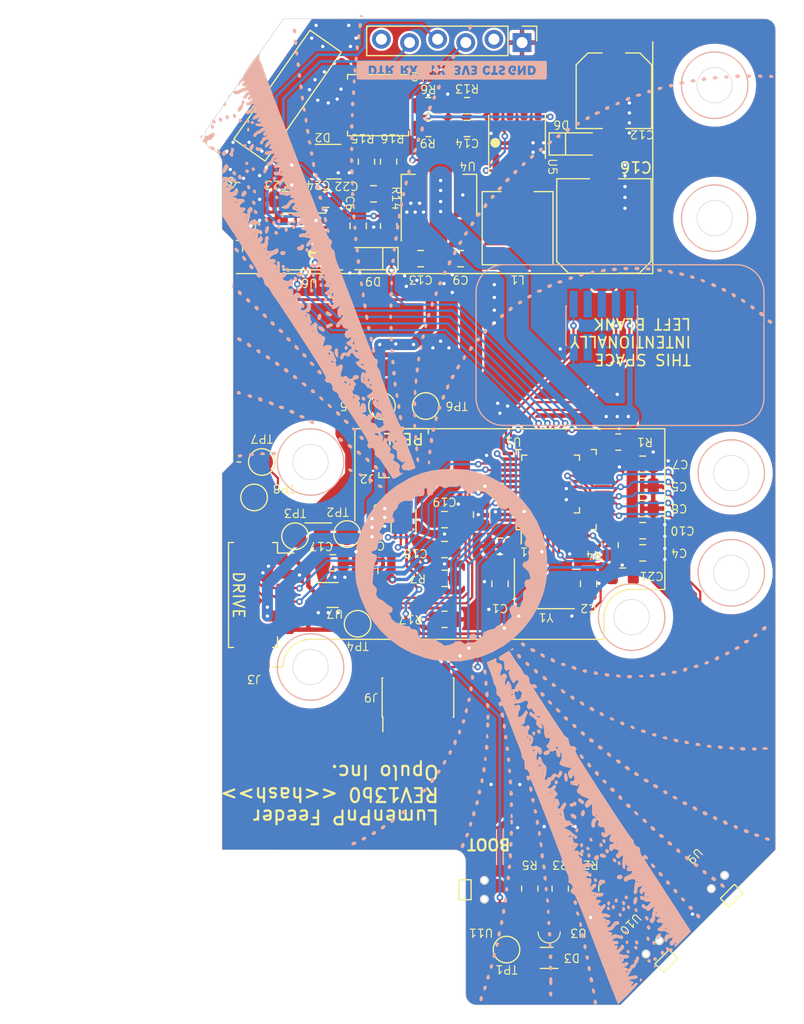
<source format=kicad_pcb>
(kicad_pcb (version 20221018) (generator pcbnew)
  (layers (0 "F.Cu" signal) (31 "B.Cu" signal) (34 "B.Paste" user) (35 "F.Paste" user) (36 "B.SilkS" user "B.Silkscreen") (37 "F.SilkS" user "F.Silkscreen") (38 "B.Mask" user) (39 "F.Mask" user) (44 "Edge.Cuts" user))
  (net 0 "")
  (net 1 "GND")
  (net 2 "+3V3")
  (net 3 "RESET")
  (net 4 "+VDC")
  (net 5 "OSC_IN")
  (net 6 "Net-(U5-TC)")
  (net 7 "MCU_RX")
  (net 8 "MCU_TX")
  (net 9 "1WIRE")
  (net 10 "RS-485-")
  (net 11 "RS-485+")
  (net 12 "SWDIO")
  (net 13 "SWCLK")
  (net 14 "OSC_OUT")
  (net 15 "Net-(D6-K)")
  (net 16 "SW1")
  (net 17 "SW2")
  (net 18 "+10V")
  (net 19 "PEEL1")
  (net 20 "PEEL2")
  (net 21 "DRIVE2")
  (net 22 "DRIVE1")
  (net 23 "BOOT0")
  (net 24 "DE")
  (net 28 "Net-(J5-Pin_1)")
  (net 29 "Net-(J5-Pin_5)")
  (net 31 "DRIVE_QUAD_A")
  (net 32 "DRIVE_QUAD_B")
  (net 35 "Net-(U5-Vfb)")
  (net 36 "Net-(U5-DC)")
  (net 37 "Net-(U6-A)")
  (net 38 "Net-(U6-B)")
  (net 42 "~{RE}")
  (net 43 "DRIVE_M1")
  (net 44 "DRIVE_M2")
  (net 45 "PEEL_M1")
  (net 46 "PEEL_M2")
  (net 53 "DTR")
  (net 54 "CTS")
  (net 55 "LED_R")
  (net 56 "LED_G")
  (net 57 "LED_B")
  (net 58 "PA1")
  (net 59 "PA0")
  (net 60 "MOTOR_ENABLE")
  (net 61 "PA3")
  (net 71 "Net-(D3-RK)")
  (net 72 "Net-(D3-GK)")
  (net 73 "Net-(D3-BK)")
  (footprint "TestPoint:TestPoint_Pad_D2.0mm" (layer "F.Cu") (at 107.9 76.5 180)
    (fp_text reference "TP3")
    (fp_text value "TP_DRIVE_M1")
  )
  (footprint "Capacitor_SMD:C_0805_2012Metric" (layer "F.Cu") (at 115 45.6 180)
    (fp_text reference "C22")
    (fp_text value "470pF")
  )
  (footprint "Resistor_SMD:R_0805_2012Metric" (layer "F.Cu") (at 119.9375 39.7)
    (fp_text reference "R9")
    (fp_text value "39k")
  )
  (footprint "Capacitor_SMD:C_0805_2012Metric" (layer "F.Cu") (at 122.85 51.45 180)
    (fp_text reference "C9")
    (fp_text value "10u")
  )
  (footprint "Capacitor_SMD:C_0805_2012Metric" (layer "F.Cu") (at 139.3 78 180)
    (fp_text reference "C4")
    (fp_text value "100n")
  )
  (footprint "Package_SON:WSON-8-1EP_2x2mm_P0.5mm_EP0.9x1.6mm" (layer "F.Cu") (at 111.3 81.8)
    (fp_text reference "U7")
    (fp_text value "DRV8837")
  )
  (footprint "Resistor_SMD:R_0805_2012Metric" (layer "F.Cu") (at 129.1 108.3 -90)
    (fp_text reference "R5")
    (fp_text value "470")
  )
  (footprint "Diode_SMD:D_SOD-123" (layer "F.Cu") (at 114.95 51.45 180)
    (fp_text reference "D9")
    (fp_text value "MMSZ4684T1G")
  )
  (footprint "Resistor_SMD:R_0805_2012Metric" (layer "F.Cu") (at 121.4 80.3 180)
    (fp_text reference "R7")
    (fp_text value "10K")
  )
  (footprint "Resistor_SMD:R_0805_2012Metric" (layer "F.Cu") (at 136.35 77.3 90)
    (fp_text reference "R4")
    (fp_text value "10K")
  )
  (footprint "Package_QFP:LQFP-48_7x7mm_P0.5mm" (layer "F.Cu") (at 131.486665 72.28726 90)
    (fp_text reference "U1")
    (fp_text value "STM32F031C6Tx")
  )
  (footprint "Resistor_SMD:R_0805_2012Metric" (layer "F.Cu") (at 131.85 108.3 -90)
    (fp_text reference "R3")
    (fp_text value "470")
  )
  (footprint "feeder:1TS003B-1400-3500A-CT" (layer "F.Cu") (at 125 108.4 90)
    (fp_text reference "U11")
    (fp_text value "~")
    (fp_circle (center -0.85 0) (end -0.5 0) (stroke (width 0.12)) (fill none) (layer "Edge.Cuts"))
    (fp_circle (center 0.85 0) (end 1.2 0) (stroke (width 0.12)) (fill none) (layer "Edge.Cuts"))
  )
  (footprint "Resistor_SMD:R_0805_2012Metric" (layer "F.Cu") (at 134.6 108.3 -90)
    (fp_text reference "R2")
    (fp_text value "470")
  )
  (footprint "Package_TO_SOT_SMD:SOT-223-3_TabPin2" (layer "F.Cu") (at 120.9 45.75 90)
    (fp_text reference "U4")
    (fp_text value "AP1117-33")
  )
  (footprint "Crystal:Crystal_SMD_3225-4Pin_3.2x2.5mm_HandSoldering" (layer "F.Cu") (at 130.41226 80.788095)
    (fp_text reference "Y1")
    (fp_text value "8MHz")
  )
  (footprint "Connector_PinHeader_1.27mm:PinHeader_2x05_P1.27mm_Vertical_SMD" (layer "F.Cu") (at 119 91.05 90)
    (fp_text reference "J9")
    (fp_text value "SWD_10")
  )
  (footprint "TestPoint:TestPoint_Pad_D2.0mm" (layer "F.Cu") (at 104.2 73 180)
    (fp_text reference "TP8")
    (fp_text value "TP_QUAD_B")
  )
  (footprint "TestPoint:TestPoint_Pad_D2.0mm" (layer "F.Cu") (at 115.75 64.75 180)
    (fp_text reference "TP5")
    (fp_text value "TP_PEEL_M2")
  )
  (footprint "Capacitor_SMD:C_0805_2012Metric" (layer "F.Cu") (at 110.7 46.1 180)
    (fp_text reference "C24")
    (fp_text value "470pF")
  )
  (footprint "Capacitor_SMD:C_0805_2012Metric" (layer "F.Cu") (at 139.3 70 180)
    (fp_text reference "C7")
    (fp_text value "100n")
  )
  (footprint "TestPoint:TestPoint_Pad_D2.0mm" (layer "F.Cu") (at 104.9 69.8 180)
    (fp_text reference "TP7")
    (fp_text value "TP_QUAD_A")
  )
  (footprint "Resistor_SMD:R_0805_2012Metric" (layer "F.Cu") (at 119.9375 37.65)
    (fp_text reference "R6")
    (fp_text value "5.6k")
  )
  (footprint "index:goblin" (layer "F.Cu") (at 107 61.5 180)
    (fp_text reference "G***" hide)
    (fp_text value "LOGO" hide)
  )
  (footprint "Capacitor_SMD:C_Elec_6.3x7.7" (layer "F.Cu") (at 136.7 36.3 -90)
    (fp_text reference "C12")
    (fp_text value "100uF")
  )
  (footprint "Capacitor_SMD:C_Elec_8x10.2" (layer "F.Cu") (at 135.8 48.5 90)
    (fp_text reference "C16")
    (fp_text value "470uF")
  )
  (footprint "Fiducial:Fiducial_1mm_Mask2mm" (layer "F.Cu") (at 125.05 117.1 180)
    (fp_text reference "FID1" hide)
    (fp_text value "Fiducial")
  )
  (footprint "Capacitor_SMD:C_0805_2012Metric" (layer "F.Cu") (at 121.4 75 180)
    (fp_text reference "C19")
    (fp_text value "100n")
  )
  (footprint "TestPoint:TestPoint_Pad_D2.0mm" (layer "F.Cu") (at 127 113.8 180)
    (fp_text reference "TP1")
    (fp_text value "TP_3V3")
  )
  (footprint "Fiducial:Fiducial_1mm_Mask2mm" (layer "F.Cu") (at 104.55 55.55 180)
    (fp_text reference "FID2")
    (fp_text value "Fiducial")
  )
  (footprint "Package_TO_SOT_SMD:SOT-23" (layer "F.Cu") (at 111.4 42.7)
    (fp_text reference "D2")
    (fp_text value "SM712_SOT23")
  )
  (footprint "feeder:1TS003B-1400-3500A-CT" (layer "F.Cu") (at 140.2 113.6 -135)
    (fp_text reference "U10")
    (fp_text value "~")
    (fp_circle (center -0.85 0) (end -0.5 0) (stroke (width 0.12)) (fill none) (layer "Edge.Cuts"))
    (fp_circle (center 0.85 0) (end 1.2 0) (stroke (width 0.12)) (fill none) (layer "Edge.Cuts"))
  )
  (footprint "feeder:1TS003B-1400-3500A-CT" (layer "F.Cu") (at 146.1 107.7 -135)
    (fp_text reference "U9")
    (fp_text value "~")
    (fp_circle (center -0.85 0) (end -0.5 0) (stroke (width 0.12)) (fill none) (layer "Edge.Cuts"))
    (fp_circle (center 0.85 0) (end 1.2 0) (stroke (width 0.12)) (fill none) (layer "Edge.Cuts"))
  )
  (footprint "Capacitor_SMD:C_0805_2012Metric" (layer "F.Cu") (at 124.75 74.55 -90)
    (fp_text reference "C3")
    (fp_text value "100n")
  )
  (footprint "TestPoint:TestPoint_Pad_D2.0mm" (layer "F.Cu") (at 119.7 64.75 180)
    (fp_text reference "TP6")
    (fp_text value "TP_PEEL_M1")
  )
  (footprint "Resistor_SMD:R_0805_2012Metric" (layer "F.Cu") (at 121.4 84 180)
    (fp_text reference "R17")
    (fp_text value "10K")
  )
  (footprint "Capacitor_SMD:C_0805_2012Metric" (layer "F.Cu") (at 107 46.1)
    (fp_text reference "C23")
    (fp_text value "470pF")
  )
  (footprint "index:MHS110FRGBCT" (layer "F.Cu") (at 130.85 112.3)
    (fp_text reference "U3")
    (fp_text value "~")
  )
  (footprint "Capacitor_SMD:C_0805_2012Metric" (layer "F.Cu") (at 123.4375 39.7 180)
    (fp_text reference "C14")
    (fp_text value "470pF")
  )
  (footprint "Package_SON:WSON-8-1EP_2x2mm_P0.5mm_EP0.9x1.6mm" (layer "F.Cu") (at 117.7 75.6 -90)
    (fp_text reference "U8")
    (fp_text value "DRV8837")
  )
  (footprint "feeder:UART_FRICTION_FIT" (layer "F.Cu") (at 128.4 31.8 -90)
    (fp_text reference "J8" hide)
    (fp_text value "USART1")
  )
  (footprint "Resistor_SMD:R_0805_2012Metric" (layer "F.Cu") (at 114.35 42.7 90)
    (fp_text reference "R15")
    (fp_text value "20R")
  )
  (footprint "Connector_Molex:Molex_PicoBlade_53261-0671_1x06-1MP_P1.25mm_Horizontal" (layer "F.Cu") (at 104.6 81.8 -90)
    (fp_text reference "J3")
    (fp_text value "DRIVE_MOTOR")
  )
  (footprint "Capacitor_SMD:C_0805_2012Metric" (layer "F.Cu") (at 119.25 51.45 180)
    (fp_text reference "C13")
    (fp_text value "10u")
  )
  (footprint "Capacitor_SMD:C_0805_2012Metric" (layer "F.Cu") (at 139.3 72 180)
    (fp_text reference "C5")
    (fp_text value "100n")
  )
  (footprint "Capacitor_SMD:C_0805_2012Metric" (layer "F.Cu") (at 121.4 77.7 180)
    (fp_text reference "C18")
    (fp_text value "100n")
  )
  (footprint "Capacitor_SMD:C_0805_2012Metric" (layer "F.Cu") (at 113.6 48.5 -90)
    (fp_text reference "C6")
    (fp_text value "15pF")
  )
  (footprint "Connector_Molex:Molex_PicoBlade_53261-0271_1x02-1MP_P1.25mm_Horizontal" (layer "F.Cu") (at 117.7 69.5 180)
    (fp_text reference "J2")
    (fp_text value "PEEL_MOTOR")
  )
  (footprint "TestPoint:TestPoint_Pad_D2.0mm" (layer "F.Cu") (at 113.55 84.4 180)
    (fp_text reference "TP4")
    (fp_text value "TP_DRIVE_M2")
  )
  (footprint "Package_SO:SOIC-8_3.9x4.9mm_P1.27mm" (layer "F.Cu") (at 108.75 49.9 180)
    (fp_text reference "U6")
    (fp_text value "MAX3078E")
  )
  (footprint "Resistor_SMD:R_0805_2012Metric" (layer "F.Cu") (at 116.35 48.5 90)
    (fp_text reference "R14")
    (fp_text value "220R")
  )
  (footprint "Resistor_SMD:R_0805_2012Metric" (layer "F.Cu") (at 137.1 68)
    (fp_text reference "R1")
    (fp_text value "1k")
  )
  (footprint "Capacitor_SMD:C_0805_2012Metric" (layer "F.Cu") (at 126.4 77.4)
    (fp_text reference "C11")
    (fp_text value "4.7uF")
  )
  (footprint "Resistor_SMD:R_0805_2012Metric" (layer "F.Cu") (at 116.35 42.7 90)
    (fp_text reference "R16")
    (fp_text value "20R")
  )
  (footprint "Inductor_SMD:L_6.3x6.3_H3" (layer "F.Cu") (at 128 48.7 -90)
    (fp_text reference "L1")
    (fp_text value "220uH")
  )
  (footprint "feeder:QFN-32-No-Paste" (layer "F.Cu") (at 130.986665 71.78726 90)
    (fp_text reference "U2" hide)
    (fp_text value "STM32F031K6Ux")
  )
  (footprint "Capacitor_SMD:C_0805_2012Metric" (layer "F.Cu") (at 111.3 78.9 180)
    (fp_text reference "C17")
    (fp_text value "100n")
  )
  (footprint "Capacitor_SMD:C_0805_2012Metric" (layer "F.Cu") (at 103.9 50.55 -90)
    (fp_text reference "C15")
    (fp_text value "100n")
  )
  (footprint "Capacitor_SMD:C_0805_2012Metric" (layer "F.Cu") (at 126.41226 80.788095 90)
    (fp_text reference "C1")
    (fp_text value "15p")
  )
  (footprint "Capacitor_SMD:C_0805_2012Metric" (layer "F.Cu") (at 139.3 74 180)
    (fp_text reference "C8")
    (fp_text value "4.7uF")
  )
  (footprint "feeder:AVX-9155-005-541" (layer "F.Cu") (at 109.209307 38.133189 -125)
    (fp_text reference "J5")
    (fp_text value "SPRING_FINGERS")
  )
  (footprint "Resistor_SMD:R_0805_2012Metric" (layer "F.Cu") (at 123.4375 37.65)
    (fp_text reference "R13")
    (fp_text value "0.33R")
  )
  (footprint "Capacitor_SMD:C_0805_2012Metric" (layer "F.Cu") (at 134.41226 80.788095 -90)
    (fp_text reference "C2")
    (fp_text value "15p")
  )
  (footprint "Capacitor_SMD:C_0805_2012Metric" (layer "F.Cu") (at 137.5 80.1 180)
    (fp_text reference "C21")
    (fp_text value "100n")
  )
  (footprint "Fiducial:Fiducial_1mm_Mask2mm" (layer "F.Cu") (at 149.4 31.9 180)
    (fp_text reference "FID3")
    (fp_text value "Fiducial")
  )
  (footprint "LED_SMD:LED_LiteOn_LTST-C19HE1WT" (layer "F.Cu") (at 130.85 114.55 -90)
    (fp_text reference "D3")
    (fp_text value "LED_RGBA_ALT")
  )
  (footprint "Capacitor_SMD:C_0805_2012Metric" (layer "F.Cu") (at 139.3 76 180)
    (fp_text reference "C10")
    (fp_text value "4.7uF")
  )
  (footprint "Package_SO:SOIC-8_3.9x4.9mm_P1.27mm" (layer "F.Cu") (at 127.95 40.45 90)
    (fp_text reference "U5")
    (fp_text value "MC34063AD")
  )
  (footprint "Inductor_SMD:L_Sunlord_SWPA5020S" (layer "F.Cu") (at 115.4 37.6 180)
    (fp_text reference "L2")
    (fp_text value "47uH")
  )
  (footprint "TestPoint:TestPoint_Pad_D2.0mm" (layer "F.Cu") (at 112.6 76.3 180)
    (fp_text reference "TP2")
    (fp_text value "TP_10V")
  )
  (footprint "Capacitor_SMD:C_0805_2012Metric" (layer "F.Cu") (at 114.65 79.6 -90)
    (fp_text reference "C20")
    (fp_text value "100n")
  )
  (footprint "Diode_SMD:D_SOD-123" (layer "F.Cu") (at 133.1 41.1)
    (fp_text reference "D6")
    (fp_text value "1N5819")
  )
  (footprint "LOGO" (layer "B.Cu") (at 147.1 31.1)
    (fp_text reference "G***" hide)
    (fp_text value "LOGO" hide)
  )
  (footprint "feeder:pulsar" (layer "B.Cu") (at 122 79.1 180)
    (fp_text reference "G***" hide)
    (fp_text value "pulsar" hide)
  )
  (footprint "index:logo_mask" (layer "B.Cu") (at 107.7 98.4)
    (fp_text reference "G***" hide)
    (fp_text value "LOGO" hide)
  )
  (footprint "LOGO" (layer "B.Cu") (at 122.050001 33.355188 180)
    (fp_text reference "G***" hide)
    (fp_text value "LOGO" hide)
  )
  (footprint "feeder:OSHW-Symbol_6.7x6mm_Mask" (layer "B.Cu") (at 116.7 98.7)
    (fp_text reference "REF**" hide)
    (fp_text value "OSHW-Symbol_6.7x6mm_Mask" hide)
  )
  (footprint "Connector_PinHeader_1.27mm:PinHeader_2x05_P1.27mm_Vertical_SMD" (layer "B.Cu") (at 135.6 57.5 90)
    (fp_text reference "J1" hide)
    (fp_text value "SWD_10")
  )
  (gr_line (start 111.6965 72.175) (end 112.8 70.95) (stroke (width 0.75)) (layer "F.Cu"))
  (gr_line (start 112.649 69.469) (end 112.973237 69.045131) (stroke (width 0.2)) (layer "F.Cu"))
  (gr_line (start 112.973237 69.045131) (end 112.397172 68.413177) (stroke (width 0.2)) (layer "F.Cu"))
  (gr_line (start 111.925 67.275) (end 112.8 69) (stroke (width 0.75)) (layer "F.Cu"))
  (gr_arc (start 124.25 54.5) (mid 124.982233 52.732233) (end 126.75 52) (stroke (width 0.12)) (layer "B.SilkS"))
  (gr_arc (start 147.75 52) (mid 149.517767 52.732233) (end 150.25 54.5) (stroke (width 0.12)) (layer "B.SilkS"))
  (gr_circle (center 109.3 69.8) (end 106.3 69.8) (stroke (width 0.12)) (fill none) (layer "B.SilkS"))
  (gr_line (start 126.75 52) (end 147.75 52) (stroke (width 0.12)) (layer "B.SilkS"))
  (gr_arc (start 126.75 66.5) (mid 124.982233 65.767767) (end 124.25 64) (stroke (width 0.12)) (layer "B.SilkS"))
  (gr_circle (center 147.3 70.8) (end 144.3 70.8) (stroke (width 0.12)) (fill none) (layer "B.SilkS"))
  (gr_circle (center 145.8 35.8) (end 142.8 35.8) (stroke (width 0.12)) (fill none) (layer "B.SilkS"))
  (gr_line (start 147.75 66.5) (end 126.75 66.5) (stroke (width 0.12)) (layer "B.SilkS"))
  (gr_line (start 150.25 54.5) (end 150.25 64) (stroke (width 0.12)) (layer "B.SilkS"))
  (gr_arc (start 150.25 64) (mid 149.517767 65.767767) (end 147.75 66.5) (stroke (width 0.12)) (layer "B.SilkS"))
  (gr_circle (center 145.8 47.8) (end 142.8 47.8) (stroke (width 0.12)) (fill none) (layer "B.SilkS"))
  (gr_circle (center 147.3 79.8) (end 144.3 79.8) (stroke (width 0.12)) (fill none) (layer "B.SilkS"))
  (gr_circle (center 109.3 88.3) (end 106.3 88.3) (stroke (width 0.12)) (fill none) (layer "B.SilkS"))
  (gr_line (start 124.25 64) (end 124.25 54.5) (stroke (width 0.12)) (layer "B.SilkS"))
  (gr_circle (center 138.3 83.8) (end 135.3 83.8) (stroke (width 0.12)) (fill none) (layer "B.SilkS"))
  (gr_line (start 140.208 52.799) (end 102.6 52.8) (stroke (width 0.12)) (layer "F.SilkS"))
  (gr_arc (start 106.8 88.3) (mid 107.532233 86.532233) (end 109.3 85.8) (stroke (width 0.12)) (layer "F.SilkS"))
  (gr_line (start 103 49.8) (end 102.6 49.8) (stroke (width 0.12)) (layer "F.SilkS"))
  (gr_line (start 141.3 66.8) (end 141.3 81.3) (stroke (width 0.12)) (layer "F.SilkS"))
  (gr_line (start 108.8 75.3) (end 111.2 75.3) (stroke (width 0.12)) (layer "F.SilkS"))
  (gr_line (start 135.8 85.8) (end 135.8 83.8) (stroke (width 0.12)) (layer "F.SilkS"))
  (gr_line (start 105.9 88.3) (end 106.8 88.3) (stroke (width 0.12)) (layer "F.SilkS"))
  (gr_arc (start 135.8 83.8) (mid 136.532233 82.032233) (end 138.3 81.3) (stroke (width 0.12)) (layer "F.SilkS"))
  (gr_circle (center 125.984 41) (end 126.365 41) (stroke (width 0.12)) (fill solid) (layer "F.SilkS"))
  (gr_line (start 140.208 31.877) (end 140.208 52.799) (stroke (width 0.12)) (layer "F.SilkS"))
  (gr_line (start 129.3 52.8) (end 121.3 52.8) (stroke (width 0.12)) (layer "F.SilkS"))
  (gr_line (start 132.334 40.132) (end 132.334 42.037) (stroke (width 0.12)) (layer "F.SilkS"))
  (gr_line (start 138.3 81.3) (end 141.3 81.3) (stroke (width 0.12)) (layer "F.SilkS"))
  (gr_line (start 115.824 50.45) (end 115.824 52.451) (stroke (width 0.12)) (layer "F.SilkS"))
  (gr_line (start 113.3 66.8) (end 141.3 66.8) (stroke (width 0.12)) (layer "F.SilkS"))
  (gr_line (start 109.3 85.8) (end 135.8 85.8) (stroke (width 0.12)) (layer "F.SilkS"))
  (gr_line (start 113.3 66.8) (end 113.3 75.1) (stroke (width 0.12)) (layer "F.SilkS"))
  (gr_line (start 103 69.8) (end 102.65 69.8) (stroke (width 0.12)) (layer "F.SilkS"))
  (gr_circle (center 109.5 51) (end 109.881 51) (stroke (width 0.12)) (fill solid) (layer "F.SilkS"))
  (gr_arc (start 122.292893 104.807107) (mid 123.000019 105.097067) (end 123.3 105.8) (stroke (width 0.05)) (layer "Edge.Cuts"))
  (gr_line (start 126.85 29.8) (end 150.3 29.8) (stroke (width 0.05)) (layer "Edge.Cuts"))
  (gr_line (start 101.3 104.8) (end 122.292893 104.807107) (stroke (width 0.05)) (layer "Edge.Cuts"))
  (gr_line (start 101.3 48.8) (end 101.3 42.875) (stroke (width 0.05)) (layer "Edge.Cuts"))
  (gr_circle (center 109.3 88.3) (end 107.7 88.3) (stroke (width 0.05)) (fill none) (layer "Edge.Cuts"))
  (gr_line (start 102.3 49.8) (end 102.3 69.8) (stroke (width 0.05)) (layer "Edge.Cuts"))
  (gr_circle (center 138.3 83.8) (end 136.7 83.8) (stroke (width 0.05)) (fill none) (layer "Edge.Cuts"))
  (gr_line (start 151.3 104.8) (end 151.3 30.8) (stroke (width 0.05)) (layer "Edge.Cuts"))
  (gr_circle (center 109.3 69.8) (end 107.7 69.8) (stroke (width 0.05)) (fill none) (layer "Edge.Cuts"))
  (gr_line (start 126.85 29.8) (end 106.85 29.8) (stroke (width 0.05)) (layer "Edge.Cuts"))
  (gr_line (start 102.3 69.8) (end 101.3 70.8) (stroke (width 0.05)) (layer "Edge.Cuts"))
  (gr_circle (center 145.8 47.8) (end 144.2 47.8) (stroke (width 0.05)) (fill none) (layer "Edge.Cuts"))
  (gr_arc (start 100.275 41.475) (mid 99.753682 40.680103) (end 99.95 39.75) (stroke (width 0.05)) (layer "Edge.Cuts"))
  (gr_circle (center 147.3 79.8) (end 147.3 78.2) (stroke (width 0.05)) (fill none) (layer "Edge.Cuts"))
  (gr_line (start 101.3 104.8) (end 101.3 70.8) (stroke (width 0.05)) (layer "Edge.Cuts"))
  (gr_line (start 100.7875 41.8375) (end 100.275 41.475) (stroke (width 0.05)) (layer "Edge.Cuts"))
  (gr_circle (center 147.3 70.8) (end 145.7 70.8) (stroke (width 0.05)) (fill none) (layer "Edge.Cuts"))
  (gr_line (start 99.95 39.75) (end 106.85 29.8) (stroke (width 0.05)) (layer "Edge.Cuts"))
  (gr_arc (start 150.3 29.8) (mid 151.007107 30.092893) (end 151.3 30.8) (stroke (width 0.05)) (layer "Edge.Cuts"))
  (gr_line (start 102.3 49.8) (end 101.3 48.8) (stroke (width 0.05)) (layer "Edge.Cuts"))
  (gr_arc (start 100.7875 41.8375) (mid 101.176282 42.290782) (end 101.3 42.875) (stroke (width 0.05)) (layer "Edge.Cuts"))
  (gr_circle (center 145.8 35.8) (end 144.2 35.8) (stroke (width 0.05)) (fill none) (layer "Edge.Cuts"))
  (gr_arc (start 124.3 118.8) (mid 123.595401 118.506673) (end 123.307107 117.8) (stroke (width 0.05)) (layer "Edge.Cuts"))
  (gr_line (start 123.3 105.8) (end 123.307107 117.8) (stroke (width 0.05)) (layer "Edge.Cuts"))
  (gr_line (start 124.3 118.8) (end 137.3 118.8) (stroke (width 0.05)) (layer "Edge.Cuts"))
  (gr_line (start 151.3 104.8) (end 137.3 118.8) (stroke (width 0.05)) (layer "Edge.Cuts"))
  (gr_text "PEEL" (at 117.7 67.7 180) (layer "F.SilkS") (effects (font (size 1 1))))
  (gr_text "LumenPnP Feeder\nREV13b0 <<hash>>\nOpulo Inc." (at 121 99.8 180) (layer "F.SilkS") (effects (font (size 1.25 1.25) (thickness 0.2) bold) (justify left)))
  (gr_text "THIS SPACE\nINTENTIONALLY\nLEFT BLANK" (at 143.75 56.75 180) (layer "F.SilkS") (effects (font (size 1 1)) (justify left bottom)))
  (gr_text "BOOT" (at 125.4 104.3 180) (layer "F.SilkS") (effects (font (size 1 1) (thickness 0.2))))
  (gr_text "DRIVE" (at 102.8 81.8 270) (layer "F.SilkS") (effects (font (size 1 1))))
  (segment (start 130.187165 77.9) (end 129.6 77.9) (width 0.2) (layer "F.Cu") (net 1))
  (segment (start 124.065812 110.665812) (end 124.1 110.7) (width 0.5) (layer "F.Cu") (net 1))
  (segment (start 110.35 82.55) (end 110.95 82.55) (width 0.2) (layer "F.Cu") (net 1))
  (segment (start 117 74.7) (end 117 75.3) (width 0.2) (layer "F.Cu") (net 1))
  (segment (start 124.1 106.1) (end 124.065812 106.134188) (width 0.5) (layer "F.Cu") (net 1))
  (segment (start 124.4 106.1) (end 124.1 106.4) (width 0.4) (layer "F.Cu") (net 1))
  (segment (start 132.7 78.1) (end 132.236665 77.636665) (width 0.2) (layer "F.Cu") (net 1))
  (segment (start 117 75.3) (end 117.3 75.6) (width 0.2) (layer "F.Cu") (net 1))
  (segment (start 132.4 72.2) (end 131.399405 72.2) (width 0.5) (layer "F.Cu") (net 1))
  (segment (start 128.85 78.55) (end 128.9 78.6) (width 0.2) (layer "F.Cu") (net 1))
  (segment (start 125.95 78.55) (end 128.85 78.55) (width 0.2) (layer "F.Cu") (net 1))
  (segment (start 132.7 78.1) (end 133.6 79) (width 0.2) (layer "F.Cu") (net 1))
  (segment (start 124.1 110.4) (end 124.4 110.7) (width 0.4) (layer "F.Cu") (net 1))
  (segment (start 125.43774 82.195002) (end 125.43774 79.06226) (width 0.2) (layer "F.Cu") (net 1))
  (segment (start 135.1 79) (end 135.5 79.4) (width 0.2) (layer "F.Cu") (net 1))
  (segment (start 110.95 82.55) (end 111.3 82.2) (width 0.2) (layer "F.Cu") (net 1))
  (segment (start 116.95 74.65) (end 117 74.7) (width 0.2) (layer "F.Cu") (net 1))
  (segment (start 135.5 82.4) (end 134.8 83.1) (width 0.2) (layer "F.Cu") (net 1))
  (segment (start 124.1 110.7) (end 124.5 110.7) (width 0.5) (layer "F.Cu") (net 1))
  (segment (start 128.329165 74.53726) (end 128.604165 74.26226) (width 0.2) (layer "F.Cu") (net 1))
  (segment (start 134.8 83.1) (end 131.9 83.1) (width 0.2) (layer "F.Cu") (net 1))
  (segment (start 132.4 73.2) (end 132.4 72.2) (width 0.3) (layer "F.Cu") (net 1))
  (segment (start 134.41226 81.738095) (end 134.21226 81.938095) (width 0.2) (layer "F.Cu") (net 1))
  (segment (start 135.5 79.4) (end 135.5 82.4) (width 0.2) (layer "F.Cu") (net 1))
  (segment (start 128.9 78.6) (end 128.9 79.575835) (width 0.2) (layer "F.Cu") (net 1))
  (segment (start 126.61226 79.638095) (end 128.96226 79.638095) (width 0.2) (layer "F.Cu") (net 1))
  (segment (start 131.399405 72.2) (end 130.986665 71.78726) (width 0.3) (layer "F.Cu") (net 1))
  (segment (start 126.4 78.1) (end 126.15 78.1) (width 0.25) (layer "F.Cu") (net 1))
  (segment (start 133.6 79) (end 135.1 79) (width 0.2) (layer "F.Cu") (net 1))
  (segment (start 134.21226 81.938095) (end 131.86226 81.938095) (width 0.2) (layer "F.Cu") (net 1))
  (segment (start 126.15 78.1) (end 125.45 77.4) (width 0.25) (layer "F.Cu") (net 1))
  (segment (start 128.9 79.575835) (end 128.96226 79.638095) (width 0.2) (layer "F.Cu") (net 1))
  (segment (start 131.9 83.1) (end 126.342738 83.1) (width 0.2) (layer "F.Cu") (net 1))
  (segment (start 126.342738 83.1) (end 125.43774 82.195002) (width 0.2) (layer "F.Cu") (net 1))
  (segment (start 125.43774 79.06226) (end 125.95 78.55) (width 0.2) (layer "F.Cu") (net 1))
  (segment (start 131.86226 83.06226) (end 131.9 83.1) (width 0.2) (layer "F.Cu") (net 1))
  (segment (start 129.6 77.9) (end 128.9 78.6) (width 0.2) (layer "F.Cu") (net 1))
  (segment (start 127.324165 74.53726) (end 128.329165 74.53726) (width 0.2) (layer "F.Cu") (net 1))
  (segment (start 132.236665 77.636665) (end 132.236665 76.44976) (width 0.2) (layer "F.Cu") (net 1))
  (segment (start 131.86226 81.938095) (end 131.86226 83.06226) (width 0.2) (layer "F.Cu") (net 1))
  (segment (start 126.41226 79.838095) (end 126.61226 79.638095) (width 0.2) (layer "F.Cu") (net 1))
  (via (at 102.3 40.95) (size 0.6) (drill 0.3) (layers "F.Cu" "B.Cu") (net 1))
  (via (at 125 80.6) (size 0.6) (drill 0.3) (layers "F.Cu" "B.Cu") (net 1))
  (via (at 113.4 31.55) (size 0.6) (drill 0.3) (layers "F.Cu" "B.Cu") (net 1))
  (via (at 128 102.8) (size 0.6) (drill 0.3) (layers "F.Cu" "B.Cu") (net 1))
  (via (at 130.35 41.85) (size 0.6) (drill 0.3) (layers "F.Cu" "B.Cu") (net 1))
  (via (at 124.45 74.55) (size 0.6) (drill 0.3) (layers "F.Cu" "B.Cu") (net 1))
  (via (at 129.4 41.85) (size 0.6) (drill 0.3) (layers "F.Cu" "B.Cu") (net 1))
  (via (at 104.7 46.1) (size 0.6) (drill 0.3) (layers "F.Cu" "B.Cu") (net 1))
  (via (at 143.8 110.6) (size 0.6) (drill 0.3) (layers "F.Cu" "B.Cu") (net 1))
  (via (at 105.5 79.2) (size 0.6) (drill 0.3) (layers "F.Cu" "B.Cu") (net 1))
  (via (at 137.7 45.925) (size 0.6) (drill 0.3) (layers "F.Cu" "B.Cu") (net 1))
  (via (at 137.7 44.95) (size 0.6) (drill 0.3) (layers "F.Cu" "B.Cu") (net 1))
  (via (at 112.85 52.75) (size 0.6) (drill 0.3) (layers "F.Cu" "B.Cu") (net 1))
  (via (at 112.75 30.4) (size 0.6) (drill 0.3) (layers "F.Cu" "B.Cu") (net 1))
  (via (at 117.95 53.95) (size 0.6) (drill 0.3) (layers "F.Cu" "B.Cu") (net 1))
  (via (at 137.7 46.9) (size 0.6) (drill 0.3) (layers "F.Cu" "B.Cu") (net 1))
  (via (at 108.3 80) (size 0.6) (drill 0.3) (layers "F.Cu" "B.Cu") (net 1))
  (via (at 130.4 102.7) (size 0.6) (drill 0.3) (layers "F.Cu" "B.Cu") (net 1))
  (via (at 109.4 31.55) (size 0.6) (drill 0.3) (layers "F.Cu" "B.Cu") (net 1))
  (via (at 121.05 58.9) (size 0.6) (drill 0.3) (layers "F.Cu" "B.Cu") (net 1))
  (via (at 132.7 78.1) (size 0.6) (drill 0.3) (layers "F.Cu" "B.Cu") (net 1))
  (via (at 110.7 47.1) (size 0.6) (drill 0.3) (layers "F.Cu" "B.Cu") (net 1))
  (via (at 131.85 59.6) (size 0.6) (drill 0.3) (layers "F.Cu" "B.Cu") (net 1))
  (via (at 137.7 43) (size 0.6) (drill 0.3) (layers "F.Cu" "B.Cu") (net 1))
  (via (at 133.2 102.7) (size 0.6) (drill 0.3) (layers "F.Cu" "B.Cu") (net 1))
  (via (at 101.75 41.75) (size 0.6) (drill 0.3) (layers "F.Cu" "B.Cu") (net 1))
  (via (at 121.4 76.3) (size 0.6) (drill 0.3) (layers "F.Cu" "B.Cu") (net 1))
  (via (at 110.55 34.6) (size 0.6) (drill 0.3) (layers "F.Cu" "B.Cu") (net 1))
  (via (at 112.8 43.7) (size 0.6) (drill 0.3) (layers "F.Cu" "B.Cu") (net 1))
  (via (at 121.4 79) (size 0.6) (drill 0.3) (layers "F.Cu" "B.Cu") (net 1))
  (via (at 132.9 83.7) (size 0.6) (drill 0.3) (layers "F.Cu" "B.Cu") (net 1))
  (via (at 122.1 52.9) (size 0.6) (drill 0.3) (layers "F.Cu" "B.Cu") (net 1))
  (via (at 118.75 47.25) (size 0.6) (drill 0.3) (layers "F.Cu" "B.Cu") (net 1))
  (via (at 125.9 53.8) (size 0.6) (drill 0.3) (layers "F.Cu" "B.Cu") (net 1))
  (via (at 140.25 68.9) (size 0.6) (drill 0.3) (layers "F.Cu" "B.Cu") (net 1))
  (via (at 128.1 83.7) (size 0.6) (drill 0.3) (layers "F.Cu" "B.Cu") (net 1))
  (via (at 138.1 40.1) (size 0.6) (drill 0.3) (layers "F.Cu" "B.Cu") (net 1))
  (via (at 125.2 69.2) (size 0.6) (drill 0.3) (layers "F.Cu" "B.Cu") (net 1))
  (via (at 107.6 44.8) (size 0.6) (drill 0.3) (layers "F.Cu" "B.Cu") (net 1))
  (via (at 129.4 41) (size 0.6) (drill 0.3) (layers "F.Cu" "B.Cu") (net 1))
  (via (at 122.65 73.6) (size 0.6) (drill 0.3) (layers "F.Cu" "B.Cu") (net 1))
  (via (at 126.4 78.1) (size 0.6) (drill 0.3) (layers "F.Cu" "B.Cu") (net 1))
  (via (at 102.05 43.4) (size 0.6) (drill 0.3) (layers "F.Cu" "B.Cu") (net 1))
  (via (at 135.35 80.75) (size 0.6) (drill 0.3) (layers "F.Cu" "B.Cu") (net 1))
  (via (at 137.45 79.1) (size 0.6) (drill 0.3) (layers "F.Cu" "B.Cu") (net 1))
  (via (at 128.2 98.9) (size 0.6) (drill 0.3) (layers "F.Cu" "B.Cu") (net 1))
  (via (at 118.9 53.4) (size 0.6) (drill 0.3) (layers "F.Cu" "B.Cu") (net 1))
  (via (at 104.7 43.95) (size 0.6) (drill 0.3) (layers "F.Cu" "B.Cu") (net 1))
  (via (at 115 48.6) (size 0.6) (drill 0.3) (layers "F.Cu" "B.Cu") (net 1))
  (via (at 125.9 54.95) (size 0.6) (drill 0.3) (layers "F.Cu" "B.Cu") (net 1))
  (via (at 141.6 69.7) (size 0.6) (drill 0.3) (layers "F.Cu" "B.Cu") (net 1))
  (via (at 121.8 59.5) (size 0.6) (drill 0.3) (layers "F.Cu" "B.Cu") (net 1))
  (via (at 110 83.4) (size 0.6) (drill 0.3) (layers "F.Cu" "B.Cu") (net 1))
  (via (at 125.4 83.1) (size 0.6) (drill 0.3) (layers "F.Cu" "B.Cu") (net 1))
  (via (at 117.8 53) (size 0.6) (drill 0.3) (layers "F.Cu" "B.Cu") (net 1))
  (via (at 118.35 46.45) (size 0.6) (drill 0.3) (layers "F.Cu" "B.Cu") (net 1))
  (via (at 103.25 44.2) (size 0.6) (drill 0.3) (layers "F.Cu" "B.Cu") (net 1))
  (via (at 109.8 30.4) (size 0.6) (drill 0.3) (layers "F.Cu" "B.Cu") (net 1))
  (via (at 113.75 52.75) (size 0.6) (drill 0.3) (layers "F.Cu" "B.Cu") (net 1))
  (via (at 116 75.6) (size 0.6) (drill 0.3) (layers "F.Cu" "B.Cu") (net 1))
  (via (at 105 79.8) (size 0.6) (drill 0.3) (layers "F.Cu" "B.Cu") (net 1))
  (via (at 127.1 64.75) (size 0.6) (drill 0.3) (layers "F.Cu" "B.Cu") (net 1))
  (via (at 138.1 37.4) (size 0.6) (drill 0.3) (layers "F.Cu" "B.Cu") (net 1))
  (via (at 116 74.8) (size 0.6) (drill 0.3) (layers "F.Cu" "B.Cu") (net 1))
  (via (at 125.6 98.9) (size 0.6) (drill 0.3) (layers "F.Cu" "B.Cu") (net 1))
  (via (at 112.05 36.15) (size 0.6) (drill 0.3) (layers "F.Cu" "B.Cu") (net 1))
  (via (at 137.2 70.25) (size 0.6) (drill 0.3) (layers "F.Cu" "B.Cu") (net 1))
  (via (at 126.2 64.5) (size 0.6) (drill 0.3) (layers "F.Cu" "B.Cu") (net 1))
  (via (at 112.9 32.3) (size 0.6) (drill 0.3) (layers "F.Cu" "B.Cu") (net 1))
  (via (at 109.2 36.2) (size 0.6) (drill 0.3) (layers "F.Cu" "B.Cu") (net 1))
  (via (at 121.6875 36.6) (size 0.6) (drill 0.3) (layers "F.Cu" "B.Cu") (net 1))
  (via (at 109.7 35.3) (size 0.6) (drill 0.3) (layers "F.Cu" "B.Cu") (net 1))
  (via (at 111.7 37.05) (size 0.6) (drill 0.3) (layers "F.Cu" "B.Cu") (net 1))
  (via (at 103.9 48.5) (size 0.6) (drill 0.3) (layers "F.Cu" "B.Cu") (net 1))
  (via (at 121.35 53.7) (size 0.6) (drill 0.3) (layers "F.Cu" "B.Cu") (net 1))
  (via (at 103.75 40.95) (size 0.6) (drill 0.3) (layers "F.Cu" "B.Cu") (net 1))
  (via (at 141.3 77.6) (size 0.6) (drill 0.3) (layers "F.Cu" "B.Cu") (net 1))
  (via (at 125.6 40.15) (size 0.6) (drill 0.3) (layers "F.Cu" "B.Cu") (net 1))
  (via (at 123.05 45.7) (size 0.6) (drill 0.3) (layers "F.Cu" "B.Cu") (net 1))
  (via (at 112.4 80.2) (size 0.6) (drill 0.3) (layers "F.Cu" "B.Cu") (net 1))
  (via (at 138.1 38.3) (size 0.6) (drill 0.3) (layers "F.Cu" "B.Cu") (net 1))
  (via (at 110.9 37.4) (size 0.6) (drill 0.3) (layers "F.Cu" "B.Cu") (net 1))
  (via (at 119.15 46.45) (size 0.6) (drill 0.3) (layers "F.Cu" "B.Cu") (net 1))
  (via (at 141.3 78.6) (size 0.6) (drill 0.3) (layers "F.Cu" "B.Cu") (net 1))
  (via (at 118 47.25) (size 0.6) (drill 0.3) (layers "F.Cu" "B.Cu") (net 1))
  (via (at 105.3 43.2) (size 0.6) (drill 0.3) (layers "F.Cu" "B.Cu") (net 1))
  (via (at 109.95 37.15) (size 0.6) (drill 0.3) (layers "F.Cu" "B.Cu") (net 1))
  (via (at 138.1 39.2) (size 0.6) (drill 0.3) (layers "F.Cu" "B.Cu") (net 1))
  (via (at 111.8 83.4) (size 0.6) (drill 0.3) (layers "F.Cu" "B.Cu") (net 1))
  (via (at 126 74.3) (size 0.6) (drill 0.3) (layers "F.Cu" "B.Cu") (net 1))
  (via (at 104.9 41.75) (size 0.6) (drill 0.3) (layers "F.Cu" "B.Cu") (net 1))
  (via (at 120.35 59.5) (size 0.6) (drill 0.3) (layers "F.Cu" "B.Cu") (net 1))
  (via (at 113.4 77.9) (size 0.6) (drill 0.3) (layers "F.Cu" "B.Cu") (net 1))
  (via (at 110.9 83.4) (size 0.6) (drill 0.3) (layers "F.Cu" "B.Cu") (net 1))
  (via (at 110.4 32.3) (size 0.6) (drill 0.3) (layers "F.Cu" "B.Cu") (net 1))
  (via (at 126.4 65.4) (size 0.6) (drill 0.3) (layers "F.Cu" "B.Cu") (net 1))
  (via (at 132.4 72.2) (size 0.6) (drill 0.3) (layers "F.Cu" "B.Cu") (net 1))
  (via (at 130.35 41) (size 0.6) (drill 0.3) (layers "F.Cu" "B.Cu") (net 1))
  (via (at 132.4 73.2) (size 0.6) (drill 0.3) (layers "F.Cu" "B.Cu") (net 1))
  (via (at 119.5 47.25) (size 0.6) (drill 0.3) (layers "F.Cu" "B.Cu") (net 1))
  (via (at 141.3 76.5) (size 0.6) (drill 0.3) (layers "F.Cu" "B.Cu") (net 1))
  (via (at 119.9375 36.7) (size 0.6) (drill 0.3) (layers "F.Cu" "B.Cu") (net 1))
  (via (at 128.604165 74.26226) (size 0.6) (drill 0.3) (layers "F.Cu" "B.Cu") (net 1))
  (via (at 122.1 54.5) (size 0.6) (drill 0.3) (layers "F.Cu" "B.Cu") (net 1))
  (via (at 141.3 75.45) (size 0.6) (drill 0.3) (layers "F.Cu" "B.Cu") (net 1))
  (via (at 104.7 48) (size 0.6) (drill 0.3) (layers "F.Cu" "B.Cu") (net 1))
  (via (at 134.6 110.9) (size 0.6) (drill 0.3) (layers "F.Cu" "B.Cu") (net 1))
  (via (at 111.5 80.2) (size 0.6) (drill 0.3) (layers "F.Cu" "B.Cu") (net 1))
  (via (at 125.9 57.25) (size 0.6) (drill 0.3) (layers "F.Cu" "B.Cu") (net 1))
  (via (at 116 74) (size 0.6) (drill 0.3) (layers "F.Cu" "B.Cu") (net 1))
  (via (at 137 63.7) (size 0.6) (drill 0.3) (layers "F.Cu" "B.Cu") (net 1))
  (via (at 125.9 56.1) (size 0.6) (drill 0.3) (layers "F.Cu" "B.Cu") (net 1))
  (via (at 137.7 43.975) (size 0.6) (drill 0.3) (layers "F.Cu" "B.Cu") (net 1))
  (via (at 130.187165 77.9) (size 0.6) (drill 0.3) (layers "F.Cu" "B.Cu") (net 1))
  (via (at 111.8 43.7) (size 0.6) (drill 0.3) (layers "F.Cu" "B.Cu") (net 1))
  (segment (start 127.8 111.9) (end 127.8 113) (width 0.5) (layer "F.Cu") (net 2))
  (segment (start 138.35 76) (end 137.7 76.65) (width 0.25) (layer "F.Cu") (net 2))
  (segment (start 138.35 78.1) (end 138.35 78) (width 0.5) (layer "F.Cu") (net 2))
  (segment (start 127.8 111.9) (end 129.45 111.9) (width 0.5) (layer "F.Cu") (net 2))
  (segment (start 137.7 76.65) (end 136.6125 76.65) (width 0.25) (layer "F.Cu") (net 2))
  (segment (start 129.236665 74.53726) (end 129.236665 74.22476) (width 0.2) (layer "F.Cu") (net 2))
  (segment (start 128.736665 76.44976) (end 128.30024 76.44976) (width 0.2) (layer "F.Cu") (net 2))
  (segment (start 116.51 94.46) (end 116.51 94.2) (width 0.25) (layer "F.Cu") (net 2))
  (segment (start 129.5 70.65) (end 129.85 70.3) (width 0.2) (layer "F.Cu") (net 2))
  (segment (start 130.85 115.499022) (end 130.649022 115.7) (width 0.2) (layer "F.Cu") (net 2))
  (segment (start 131.236665 73.598628) (end 131.236665 74.22476) (width 0.2) (layer "F.Cu") (net 2))
  (segment (start 120.2 50.65) (end 121.05 49.8) (width 1) (layer "F.Cu") (net 2))
  (segment (start 134.78726 69.53726) (end 135.649165 69.53726) (width 0.2) (layer "F.Cu") (net 2))
  (segment (start 104.2 51.8) (end 103.9 51.5) (width 0.4) (layer "F.Cu") (net 2))
  (segment (start 106.975 83.7) (end 105.4 83.7) (width 1) (layer "F.Cu") (net 2))
  (segment (start 126.4 106.7) (end 127.45 107.75) (width 0.5) (layer "F.Cu") (net 2))
  (segment (start 116.7 80.4) (end 116.225 79.925) (width 0.75) (layer "F.Cu") (net 2))
  (segment (start 138.0125 68) (end 138.0125 65.7125) (width 1.5) (layer "F.Cu") (net 2))
  (segment (start 124.85 102.8) (end 116.51 94.46) (width 0.25) (layer "F.Cu") (net 2))
  (segment (start 133.006335 77.48726) (end 135.25024 77.48726) (width 0.3) (layer "F.Cu") (net 2))
  (segment (start 116.6 78.3) (end 116.6 79.55) (width 0.75) (layer "F.Cu") (net 2))
  (segment (start 139.7 79.9) (end 139.7 79.45) (width 0.5) (layer "F.Cu") (net 2))
  (segment (start 130.85 114.55) (end 130.85 115.499022) (width 0.2) (layer "F.Cu") (net 2))
  (segment (start 106.275 51.805) (end 106.27 51.8) (width 0.4) (layer "F.Cu") (net 2))
  (segment (start 130.425 114.125) (end 130.85 114.55) (width 0.2) (layer "F.Cu") (net 2))
  (segment (start 120.2 51.45) (end 120.2 50.65) (width 1) (layer "F.Cu") (net 2))
  (segment (start 127.324165 75.03726) (end 128.736665 75.03726) (width 0.2) (layer "F.Cu") (net 2))
  (segment (start 132.3 70.3) (end 132.736665 69.863335) (width 0.2) (layer "F.Cu") (net 2))
  (segment (start 118.6 59.2) (end 120.2 57.6) (width 1) (layer "F.Cu") (net 2))
  (segment (start 129.5 73.1) (end 129.5 73.35) (width 0.2) (layer "F.Cu") (net 2))
  (segment (start 129.5 73.35) (end 130.988037 73.35) (width 0.2) (layer "F.Cu") (net 2))
  (segment (start 128.30024 76.44976) (end 127.35 77.4) (width 0.2) (layer "F.Cu") (net 2))
  (segment (start 142.4 86.8) (end 142.4 82.6) (width 0.5) (layer "F.Cu") (net 2))
  (segment (start 142.4 82.6) (end 139.7 79.9) (width 0.5) (layer "F.Cu") (net 2))
  (segment (start 128.736665 76.44976) (end 128.736665 75.03726) (width 0.2) (layer "F.Cu") (net 2))
  (segment (start 106.27 51.8) (end 104.2 51.8) (width 0.4) (layer "F.Cu") (net 2))
  (segment (start 126.75 75.05) (end 126.76274 75.03726) (width 0.2) (layer "F.Cu") (net 2))
  (segment (start 139.7 79.45) (end 138.35 78.1) (width 0.5) (layer "F.Cu") (net 2))
  (segment (start 132.736665 76.44976) (end 132.736665 77.21759) (width 0.3) (layer "F.Cu") (net 2))
  (segment (start 107.85 55.15) (end 120.2 55.15) (width 0.25) (layer "F.Cu") (net 2))
  (segment (start 114.85 76.55) (end 116.35 78.05) (width 0.75) (layer "F.Cu") (net 2))
  (segment (start 120.2 57.6) (end 120.2 55.15) (width 1) (layer "F.Cu") (net 2))
  (segment (start 132.736665 69.863335) (end 132.736665 69.34976) (width 0.2) (layer "F.Cu") (net 2))
  (segment (start 136.6125 76.65) (end 136.35 76.3875) (width 0.25) (layer "F.Cu") (net 2))
  (segment (start 116.6 79.55) (end 115.6 80.55) (width 0.75) (layer "F.Cu") (net 2))
  (segment (start 126 75.05) (end 125.55 75.5) (width 0.2) (layer "F.Cu") (net 2))
  (segment (start 134.59976 69.34976) (end 134.78726 69.53726) (width 0.2) (layer "F.Cu") (net 2))
  (segment (start 121.05 48.9) (end 121.05 42.6) (width 2) (layer "F.Cu") (net 2))
  (segment (start 130.988037 73.35) (end 131.236665 73.598628) (width 0.2) (layer "F.Cu") (net 2))
  (segment (start 127.8 113) (end 127 113.8) (width 0.5) (layer "F.Cu") (net 2))
  (segment (start 135.25024 77.48726) (end 136.35 76.3875) (width 0.3) (layer "F.Cu") (net 2))
  (segment (start 115.55 59.2) (end 118.6 59.2) (width 1) (layer "F.Cu") (net 2))
  (segment (start 127.45 111.55) (end 127.8 111.9) (width 0.5) (layer "F.Cu") (net 2))
  (segment (start 138.0125 65.7125) (end 138 65.7) (width 1) (layer "F.Cu") (net 2))
  (segment (start 138.16274 69.53726) (end 138.35 69.35) (width 0.2) (layer "F.Cu") (net 2))
  (segment (start 116.35 78.05) (end 116.6 78.3) (width 0.75) (layer "F.Cu") (net 2))
  (segment (start 105.4 83.7) (end 105.4 82.9) (width 1) (layer "F.Cu") (net 2))
  (segment (start 107 83.675) (end 106.975 83.7) (width 1) (layer "F.Cu") (net 2))
  (segment (start 126.4 102.8) (end 142.4 86.8) (width 0.5) (layer "F.Cu") (net 2))
  (segment (start 129.236665 73.613335) (end 129.5 73.35) (width 0.2) (layer "F.Cu") (net 2))
  (segment (start 138.35 70) (end 138.35 78) (width 1) (layer "F.Cu") (net 2))
  (segment (start 138.35 69.35) (end 138.35 68.3375) (width 1) (layer "F.Cu") (net 2))
  (segment (start 132.736665 77.21759) (end 133.006335 77.48726) (width 0.3) (layer "F.Cu") (net 2))
  (segment (start 125.55 75.5) (end 124.75 75.5) (width 0.2) (layer "F.Cu") (net 2))
  (segment (start 121.05 49.8) (end 121.05 48.9) (width 1) (layer "F.Cu") (net 2))
  (segment (start 138 65.7) (end 136 65.7) (width 1.5) (layer "F.Cu") (net 2))
  (segment (start 129.236665 74.22476) (end 129.236665 73.613335) (width 0.2) (layer "F.Cu") (net 2))
  (segment (start 130.649022 115.7) (end 128.9 115.7) (width 0.2) (layer "F.Cu") (net 2))
  (segment (start 126.76274 75.03726) (end 127.324165 75.03726) (width 0.2) (layer "F.Cu") (net 2))
  (segment (start 132.736665 69.34976) (end 134.59976 69.34976) (width 0.2) (layer "F.Cu") (net 2))
  (segment (start 128.9 115.7) (end 127 113.8) (width 0.2) (layer "F.Cu") (net 2))
  (segment (start 106.275 53.575) (end 107.85 55.15) (width 0.25) (layer "F.Cu") (net 2))
  (segment (start 126.4 106.7) (end 126.4 102.8) (width 0.5) (layer "F.Cu") (net 2))
  (segment (start 128.736665 75.03726) (end 129.236665 74.53726) (width 0.2) (layer "F.Cu") (net 2))
  (segment (start 118.51 42.55) (end 120.8 42.55) (width 0.2) (layer "F.Cu") (net 2))
  (segment (start 120.45 77.95) (end 120.45 77.7) (width 0.3) (layer "F.Cu") (net 2))
  (segment (start 116.225 79.925) (end 116.6 79.55) (width 0.3) (layer "F.Cu") (net 2))
  (segment (start 120.2 51.45) (end 120.2 55.15) (width 1) (layer "F.Cu") (net 2))
  (segment (start 114.85 76.55) (end 114.85 74.9) (width 1) (layer "F.Cu") (net 2))
  (segment (start 127.45 107.75) (end 127.45 111.55) (width 0.5) (layer "F.Cu") (net 2))
  (segment (start 130.125 114.125) (end 130.425 114.125) (width 0.2) (layer "F.Cu") (net 2))
  (segment (start 129.5 73.1) (end 129.5 70.65) (width 0.2) (layer "F.Cu") (net 2))
  (segment (start 126.4 102.8) (end 124.85 102.8) (width 0.25) (layer "F.Cu") (net 2))
  (segment (start 115.6 80.55) (end 114.65 80.55) (width 0.75) (layer "F.Cu") (net 2))
  (segment (start 135.649165 69.53726) (end 138.16274 69.53726) (width 0.4) (layer "F.Cu") (net 2))
  (segment (start 129.85 70.3) (end 132.3 70.3) (width 0.2) (layer "F.Cu") (net 2))
  (segment (start 138.35 68.3375) (end 138.0125 68) (width 1) (layer "F.Cu") (net 2))
  (segment (start 106.275 51.805) (end 106.275 53.575) (width 0.25) (layer "F.Cu") (net 2))
  (segment (start 138.35 70) (end 138.35 69.35) (width 1) (layer "F.Cu") (net 2))
  (segment (start 126 75.05) (end 126.75 75.05) (width 0.2) (layer "F.Cu") (net 2))
  (via (at 136 65.7) (size 0.6) (drill 0.3) (layers "F.Cu" "B.Cu") (net 2))
  (via (at 121.05 46.3) (size 0.6) (drill 0.3) (layers "F.Cu" "B.Cu") (net 2))
  (via (at 115.55 59.2) (size 0.6) (drill 0.3) (layers "F.Cu" "B.Cu") (net 2))
  (via (at 118.6 59.2) (size 0.6) (drill 0.3) (layers "F.Cu" "B.Cu") (net 2))
  (via (at 118.51 42.55) (size 0.6) (drill 0.3) (layers "F.Cu" "B.Cu") (net 2))
  (via (at 119.7 78.7) (size 0.6) (drill 0.3) (layers "F.Cu" "B.Cu") (net 2))
  (via (at 116.7 80.4) (size 0.6) (drill 0.3) (layers "F.Cu" "B.Cu") (net 2))
  (via (at 137 65.7) (size 0.6) (drill 0.3) (layers "F.Cu" "B.Cu") (net 2))
  (via (at 114.85 76.55) (size 0.6) (drill 0.3) (layers "F.Cu" "B.Cu") (net 2))
  (via (at 121.05 47.2) (size 0.6) (drill 0.3) (layers "F.Cu" "B.Cu") (net 2))
  (via (at 114.85 74.9) (size 0.6) (drill 0.3) (layers "F.Cu" "B.Cu") (net 2))
  (via (at 121.05 45.3) (size 0.6) (drill 0.3) (layers "F.Cu" "B.Cu") (net 2))
  (via (at 121.05 44.4) (size 0.6) (drill 0.3) (layers "F.Cu" "B.Cu") (net 2))
  (via (at 138 65.7) (size 0.6) (drill 0.3) (layers "F.Cu" "B.Cu") (net 2))
  (via (at 105.4 82.9) (size 0.6) (drill 0.3) (layers "F.Cu" "B.Cu") (net 2))
  (via (at 114.850489 75.7) (size 0.6) (drill 0.3) (layers "F.Cu" "B.Cu") (net 2))
  (via (at 105.4 83.7) (size 0.6) (drill 0.3) (layers "F.Cu" "B.Cu") (net 2))
  (via (at 117 59.15) (size 0.6) (drill 0.3) (layers "F.Cu" "B.Cu") (net 2))
  (segment (start 123.32 31.88) (end 118.51 36.69) (width 0.2) (layer "B.Cu") (net 2))
  (segment (start 105.4 80.9) (end 105.4 82.9) (width 1) (layer "B.Cu") (net 2))
  (segment (start 114.850489 75.7) (end 114.850489 76.549511) (width 1) (layer "B.Cu") (net 2))
  (segment (start 114.850489 75.7) (end 114.850489 74.900489) (width 1) (layer "B.Cu") (net 2))
  (segment (start 136 65.7) (end 137 65.7) (width 2) (layer "B.Cu") (net 2))
  (segment (start 137 65.7) (end 138 65.7) (width 2) (layer "B.Cu") (net 2))
  (segment (start 118.6 59.2) (end 115.55 59.2) (width 1) (layer "B.Cu") (net 2))
  (segment (start 118.51 36.69) (end 118.51 42.55) (width 0.2) (layer "B.Cu") (net 2))
  (segment (start 128 52.8) (end 126.6 51.4) (width 2) (layer "B.Cu") (net 2))
  (segment (start 115.55 72.75) (end 115.55 59.2) (width 1) (layer "B.Cu") (net 2))
  (segment (start 121.05 47.15) (end 121.05 45.5) (width 2) (layer "B.Cu") (net 2))
  (segment (start 114.85 73.45) (end 115.55 72.75) (width 1) (layer "B.Cu") (net 2))
  (segment (start 128 58.2) (end 128 52.8) (width 2) (layer "B.Cu") (net 2))
  (segment (start 114.850489 74.900489) (end 114.85 74.9) (width 1) (layer "B.Cu") (net 2))
  (segment (start 114.85 76.55) (end 114.7 76.7) (width 1) (layer "B.Cu") (net 2))
  (segment (start 114.7 76.7) (end 109.6 76.7) (width 1) (layer "B.Cu") (net 2))
  (segment (start 105.4 83.7) (end 105.4 82.9) (width 1) (layer "B.Cu") (net 2))
  (segment (start 138.14 59.45) (end 138.14 65.56) (width 0.5) (layer "B.Cu") (net 2))
  (segment (start 121.05 47.65) (end 121.05 47.2) (width 2) (layer "B.Cu") (net 2))
  (segment (start 118 80.4) (end 116.7 80.4) (width 0.3) (layer "B.Cu") (net 2))
  (segment (start 121.05 45.5) (end 121.05 44.1) (width 2) (layer "B.Cu") (net 2))
  (segment (start 124.8 51.4) (end 121.05 47.65) (width 2) (layer "B.Cu") (net 2))
  (segment (start 114.850489 76.549511) (end 114.85 76.55) (width 1) (layer "B.Cu") (net 2))
  (segment (start 136 65.7) (end 135.5 65.7) (width 2) (layer "B.Cu") (net 2))
  (segment (start 109.6 76.7) (end 105.4 80.9) (width 1) (layer "B.Cu") (net 2))
  (segment (start 135.5 65.7) (end 128 58.2) (width 2) (layer "B.Cu") (net 2))
  (segment (start 138.14 65.56) (end 138 65.7) (width 0.5) (layer "B.Cu") (net 2))
  (segment (start 114.85 74.9) (end 114.85 73.45) (width 1) (layer "B.Cu") (net 2))
  (segment (start 126.6 51.4) (end 124.8 51.4) (width 2) (layer "B.Cu") (net 2))
  (segment (start 119.7 78.7) (end 118 80.4) (width 0.3) (layer "B.Cu") (net 2))
  (segment (start 127.3 68.4) (end 126.95 68.05) (width 0.2) (layer "F.Cu") (net 3))
  (segment (start 135.25 78.4) (end 136.1625 78.4) (width 0.2) (layer "F.Cu") (net 3))
  (segment (start 121.9 88.3) (end 121.54 88.66) (width 0.2) (layer "F.Cu") (net 3))
  (segment (start 130.736665 74.22476) (end 130.736665 74.68726) (width 0.2) (layer "F.Cu") (net 3))
  (segment (start 136.55 80.1) (end 136.55 78.4125) (width 0.25) (layer "F.Cu") (net 3))
  (segment (start 121.54 88.66) (end 121.54 89.1) (width 0.2) (layer "F.Cu") (net 3))
  (segment (start 136.55 78.4125) (end 136.35 78.2125) (width 0.25) (layer "F.Cu") (net 3))
  (segment (start 130.736665 74.68726) (end 131.736665 75.68726) (width 0.2) (layer "F.Cu") (net 3))
  (segment (start 131.736665 75.68726) (end 131.736665 76.44976) (width 0.2) (layer "F.Cu") (net 3))
  (segment (start 126.95 66.05) (end 133.05 59.95) (width 0.2) (layer "F.Cu") (net 3))
  (segment (start 124.4 88.3) (end 121.9 88.3) (width 0.2) (layer "F.Cu") (net 3))
  (segment (start 131.861444 78.2) (end 131.736665 78.075221) (width 0.2) (layer "F.Cu") (net 3))
  (segment (start 131.736665 78.075221) (end 131.736665 76.44976) (width 0.2) (layer "F.Cu") (net 3))
  (segment (start 136.1625 78.4) (end 136.35 78.2125) (width 0.2) (layer "F.Cu") (net 3))
  (segment (start 126.95 68.05) (end 126.95 66.05) (width 0.2) (layer "F.Cu") (net 3))
  (segment (start 133.05 59.95) (end 133.05 57.5) (width 0.2) (layer "F.Cu") (net 3))
  (via (at 124.4 88.3) (size 0.6) (drill 0.3) (layers "F.Cu" "B.Cu") (net 3))
  (via (at 127.3 68.4) (size 0.6) (drill 0.3) (layers "F.Cu" "B.Cu") (net 3))
  (via (at 133.05 57.5) (size 0.6) (drill 0.3) (layers "F.Cu" "B.Cu") (net 3))
  (via (at 135.25 78.4) (size 0.6) (drill 0.3) (layers "F.Cu" "B.Cu") (net 3))
  (via (at 131.861444 78.2) (size 0.6) (drill 0.3) (layers "F.Cu" "B.Cu") (net 3))
  (segment (start 134.9 78.75) (end 132.411444 78.75) (width 0.2) (layer "B.Cu") (net 3))
  (segment (start 124.4 79) (end 127.85 75.55) (width 0.2) (layer "B.Cu") (net 3))
  (segment (start 127.85 68.95) (end 127.85 75.55) (width 0.2) (layer "B.Cu") (net 3))
  (segment (start 133.05 55.56) (end 133.06 55.55) (width 0.2) (layer "B.Cu") (net 3))
  (segment (start 127.85 75.55) (end 129.2 75.55) (width 0.2) (layer "B.Cu") (net 3))
  (segment (start 131.85 78.2) (end 131.861444 78.2) (width 0.2) (layer "B.Cu") (net 3))
  (segment (start 132.411444 78.75) (end 131.861444 78.2) (width 0.2) (layer "B.Cu") (net 3))
  (segment (start 135.25 78.4) (end 134.9 78.75) (width 0.2) (layer "B.Cu") (net 3))
  (segment (start 133.05 57.5) (end 133.05 55.56) (width 0.2) (layer "B.Cu") (net 3))
  (segment (start 129.2 75.55) (end 131.85 78.2) (width 0.2) (layer "B.Cu") (net 3))
  (segment (start 127.3 68.4) (end 127.85 68.95) (width 0.2) (layer "B.Cu") (net 3))
  (segment (start 124.4 88.3) (end 124.4 79) (width 0.2) (layer "B.Cu") (net 3))
  (segment (start 122.525 37.65) (end 122.525 35.325) (width 0.25) (layer "F.Cu") (net 4))
  (segment (start 128.585 35.015) (end 128.6 35) (width 1) (layer "F.Cu") (net 4))
  (segment (start 117.25 35.85) (end 117.25 37.6) (width 1) (layer "F.Cu") (net 4))
  (segment (start 128.6 35) (end 122.2 35) (width 1) (layer "F.Cu") (net 4))
  (segment (start 128.6 35) (end 131.7 35) (width 1) (layer "F.Cu") (net 4))
  (segment (start 128.585 37.975) (end 128.585 35.015) (width 1) (layer "F.Cu") (net 4))
  (segment (start 131.7 35) (end 132.9375 33.7625) (width 1) (layer "F.Cu") (net 4))
  (segment (start 122.575 37.35) (end 122.5375 37.3125) (width 0.2) (layer "F.Cu") (net 4))
  (segment (start 118.1 35) (end 117.25 35.85) (width 1) (layer "F.Cu") (net 4))
  (segment (start 122.525 35.325) (end 122.2 35) (width 0.25) (layer "F.Cu") (net 4))
  (segment (start 122.2 35) (end 118.1 35) (width 1) (layer "F.Cu") (net 4))
  (segment (start 132.9375 33.7625) (end 136.7 33.7625) (width 1) (layer "F.Cu") (net 4))
  (segment (start 130.736665 78.263335) (end 130.736665 76.44976) (width 0.2) (layer "F.Cu") (net 5))
  (segment (start 129.736665 74.22476) (end 129.736665 74.73726) (width 0.2) (layer "F.Cu") (net 5))
  (segment (start 128.96226 81.938095) (end 129.111282 81.938095) (width 0.2) (layer "F.Cu") (net 5))
  (segment (start 130.4 80.649377) (end 130.4 78.6) (width 0.2) (layer "F.Cu") (net 5))
  (segment (start 129.736665 74.73726) (end 130.736665 75.73726) (width 0.2) (layer "F.Cu") (net 5))
  (segment (start 130.736665 75.73726) (end 130.736665 76.44976) (width 0.2) (layer "F.Cu") (net 5))
  (segment (start 129.111282 81.938095) (end 130.4 80.649377) (width 0.2) (layer "F.Cu") (net 5))
  (segment (start 130.4 78.6) (end 130.736665 78.263335) (width 0.2) (layer "F.Cu") (net 5))
  (segment (start 126.61226 81.938095) (end 128.96226 81.938095) (width 0.2) (layer "F.Cu") (net 5))
  (segment (start 122.4875 39.7) (end 122.5875 39.7) (width 0.2) (layer "F.Cu") (net 6))
  (segment (start 122.5875 39.7) (end 124.3875 41.5) (width 0.2) (layer "F.Cu") (net 6))
  (segment (start 124.3875 41.5) (end 127.9 41.5) (width 0.2) (layer "F.Cu") (net 6))
  (segment (start 128.585 42.185) (end 128.585 43.525) (width 0.2) (layer "F.Cu") (net 6))
  (segment (start 127.9 41.5) (end 128.585 42.185) (width 0.2) (layer "F.Cu") (net 6))
  (segment (start 131.236665 69.34976) (end 131.236665 68.12476) (width 0.2) (layer "F.Cu") (net 7))
  (segment (start 109.705 51.805) (end 111.225 51.805) (width 0.2) (layer "F.Cu") (net 7))
  (segment (start 131.236665 66.563335) (end 131.236665 68.03726) (width 0.2) (layer "F.Cu") (net 7))
  (segment (start 109.7 51.8) (end 109.705 51.805) (width 0.2) (layer "F.Cu") (net 7))
  (segment (start 131.5 66.3) (end 131.236665 66.563335) (width 0.2) (layer "F.Cu") (net 7))
  (via (at 109.7 51.8) (size 0.6) (drill 0.3) (layers "F.Cu" "B.Cu") (net 7))
  (via (at 131.5 66.3) (size 0.6) (drill 0.3) (layers "F.Cu" "B.Cu") (net 7))
  (segment (start 109.7 51.8) (end 109.7 54.7) (width 0.2) (layer "B.Cu") (net 7))
  (segment (start 106.2 44.2) (end 106.2 36.8) (width 0.25) (layer "B.Cu") (net 7))
  (segment (start 109.7 54.7) (end 111.7 56.7) (width 0.2) (layer "B.Cu") (net 7))
  (segment (start 114.2 30.8) (end 114.6 30.4) (width 0.25) (layer "B.Cu") (net 7))
  (segment (start 111.7 56.7) (end 121.9 56.7) (width 0.2) (layer "B.Cu") (net 7))
  (segment (start 114.6 30.4) (end 119.38 30.4) (width 0.25) (layer "B.Cu") (net 7))
  (segment (start 106.2 36.8) (end 109.94904 33.05096) (width 0.25) (layer "B.Cu") (net 7))
  (segment (start 114.2 32.35) (end 114.2 30.8) (width 0.25) (layer "B.Cu") (net 7))
  (segment (start 121.9 56.7) (end 131.5 66.3) (width 0.2) (layer "B.Cu") (net 7))
  (segment (start 109.94904 33.05096) (end 113.49904 33.05096) (width 0.25) (layer "B.Cu") (net 7))
  (segment (start 109 48.3) (end 106.3 48.3) (width 0.25) (layer "B.Cu") (net 7))
  (segment (start 113.49904 33.05096) (end 114.2 32.35) (width 0.25) (layer "B.Cu") (net 7))
  (segment (start 119.38 30.4) (end 120.78 31.8) (width 0.25) (layer "B.Cu") (net 7))
  (segment (start 105.4 45) (end 106.2 44.2) (width 0.25) (layer "B.Cu") (net 7))
  (segment (start 109.7 49) (end 109 48.3) (width 0.25) (layer "B.Cu") (net 7))
  (segment (start 109.7 51.8) (end 109.7 49) (width 0.25) (layer "B.Cu") (net 7))
  (segment (start 105.4 47.4) (end 105.4 45) (width 0.25) (layer "B.Cu") (net 7))
  (segment (start 106.3 48.3) (end 105.4 47.4) (width 0.25) (layer "B.Cu") (net 7))
  (segment (start 109.8 48) (end 110.14 48) (width 0.2) (layer "F.Cu") (net 8))
  (segment (start 110.14 48) (end 110.145 47.995) (width 0.2) (layer "F.Cu") (net 8))
  (segment (start 110.145 47.995) (end 111.225 47.995) (width 0.2) (layer "F.Cu") (net 8))
  (segment (start 131.736665 69.34976) (end 131.736665 68.12476) (width 0.2) (layer "F.Cu") (net 8))
  (segment (start 131.736665 66.863335) (end 131.736665 68.03726) (width 0.2) (layer "F.Cu") (net 8))
  (segment (start 132.3 66.3) (end 131.736665 66.863335) (width 0.2) (layer "F.Cu") (net 8))
  (via (at 109.8 48) (size 0.6) (drill 0.3) (layers "F.Cu" "B.Cu") (net 8))
  (via (at 132.3 66.3) (size 0.6) (drill 0.3) (layers "F.Cu" "B.Cu") (net 8))
  (segment (start 109.45 47.65) (end 106.6 47.65) (width 0.25) (layer "B.Cu") (net 8))
  (segment (start 110.2 33.65) (end 116.75 33.65) (width 0.25) (layer "B.Cu") (net 8))
  (segment (start 110.4 48.6) (end 110.4 54.6) (width 0.2) (layer "B.Cu") (net 8))
  (segment (start 106.6 47.65) (end 106.1 47.15) (width 0.25) (layer "B.Cu") (net 8))
  (segment (start 106.85 44.6) (end 106.85 37) (width 0.25) (layer "B.Cu") (net 8))
  (segment (start 118.24 32.16) (end 118.24 31.8) (width 0.25) (layer "B.Cu") (net 8))
  (segment (start 106.85 37) (end 110.2 33.65) (width 0.25) (layer "B.Cu") (net 8))
  (segment (start 116.75 33.65) (end 118.24 32.16) (width 0.25) (layer "B.Cu") (net 8))
  (segment (start 122.138556 56.138556) (end 132.3 66.3) (width 0.2) (layer "B.Cu") (net 8))
  (segment (start 109.8 48) (end 110.4 48.6) (width 0.2) (layer "B.Cu") (net 8))
  (segment (start 106.1 45.35) (end 106.85 44.6) (width 0.25) (layer "B.Cu") (net 8))
  (segment (start 106.1 47.15) (end 106.1 45.35) (width 0.25) (layer "B.Cu") (net 8))
  (segment (start 110.4 54.6) (end 111.938556 56.138556) (width 0.2) (layer "B.Cu") (net 8))
  (segment (start 111.938556 56.138556) (end 122.138556 56.138556) (width 0.2) (layer "B.Cu") (net 8))
  (segment (start 109.8 48) (end 109.45 47.65) (width 0.25) (layer "B.Cu") (net 8))
  (segment (start 132.236665 69.34976) (end 132.236665 68.12476) (width 0.2) (layer "F.Cu") (net 9))
  (segment (start 132.236665 67.263335) (end 132.6 66.9) (width 0.2) (layer "F.Cu") (net 9))
  (segment (start 116.35 49.4125) (end 113.6375 49.4125) (width 0.25) (layer "F.Cu") (net 9))
  (segment (start 116.35 49.4125) (end 116.55 49.6125) (width 0.25) (layer "F.Cu") (net 9))
  (segment (start 132.236665 68.03726) (end 132.236665 67.263335) (width 0.2) (layer "F.Cu") (net 9))
  (segment (start 113.6375 49.4125) (end 113.6 49.45) (width 0.25) (layer "F.Cu") (net 9))
  (segment (start 132.9 66.9) (end 135.0875 66.9) (width 0.2) (layer "F.Cu") (net 9))
  (segment (start 116.6 52.5) (end 116.6 51.45) (width 0.25) (layer "F.Cu") (net 9))
  (segment (start 135.0875 66.9) (end 136.1875 68) (width 0.2) (layer "F.Cu") (net 9))
  (segment (start 132.6 66.9) (end 132.9 66.9) (width 0.2) (layer "F.Cu") (net 9))
  (segment (start 116.55 49.6125) (end 116.55 51.4) (width 0.25) (layer "F.Cu") (net 9))
  (segment (start 116.55 51.4) (end 116.6 51.45) (width 0.25) (layer "F.Cu") (net 9))
  (via (at 116.6 52.5) (size 0.6) (drill 0.3) (layers "F.Cu" "B.Cu") (net 9))
  (via (at 132.9 66.9) (size 0.6) (drill 0.3) (layers "F.Cu" "B.Cu") (net 9))
  (segment (start 122.377127 55.6) (end 132.9 66.122873) (width 0.2) (layer "B.Cu") (net 9))
  (segment (start 117.75 55.6) (end 122.377127 55.6) (width 0.2) (layer "B.Cu") (net 9))
  (segment (start 116.6 52.5) (end 116.6 54.45) (width 0.2) (layer "B.Cu") (net 9))
  (segment (start 116.6 54.45) (end 117.75 55.6) (width 0.2) (layer "B.Cu") (net 9))
  (segment (start 132.9 66.122873) (end 132.9 66.9) (width 0.2) (layer "B.Cu") (net 9))
  (segment (start 110.05 41.75) (end 110.4625 41.75) (width 0.2) (layer "F.Cu") (net 10))
  (segment (start 109.270743 40.970743) (end 110.05 41.75) (width 0.2) (layer "F.Cu") (net 10))
  (segment (start 109.270743 38.176207) (end 109.270743 40.970743) (width 0.2) (layer "F.Cu") (net 10))
  (segment (start 110.4625 41.75) (end 110.85 41.75) (width 0.2) (layer "F.Cu") (net 10))
  (segment (start 111.6 41) (end 115.5625 41) (width 0.2) (layer "F.Cu") (net 10))
  (segment (start 110.85 41.75) (end 111.6 41) (width 0.2) (layer "F.Cu") (net 10))
  (segment (start 115.5625 41) (end 116.35 41.7875) (width 0.2) (layer "F.Cu") (net 10))
  (segment (start 110.4625 43.171815) (end 111.846815 41.7875) (width 0.2) (layer "F.Cu") (net 11))
  (segment (start 107.836802 40.224087) (end 107.836802 41.336802) (width 0.2) (layer "F.Cu") (net 11))
  (segment (start 107.836802 41.336802) (end 110.15 43.65) (width 0.2) (layer "F.Cu") (net 11))
  (segment (start 110.15 43.65) (end 110.4625 43.65) (width 0.2) (layer "F.Cu") (net 11))
  (segment (start 110.4625 43.65) (end 110.4625 43.171815) (width 0.2) (layer "F.Cu") (net 11))
  (segment (start 111.846815 41.7875) (end 114.35 41.7875) (width 0.2) (layer "F.Cu") (net 11))
  (segment (start 129.1 65.75) (end 129.1 66.4) (width 0.2) (layer "F.Cu") (net 12))
  (segment (start 118.1 86.6) (end 116.46 88.24) (width 0.2) (layer "F.Cu") (net 12))
  (segment (start 116.46 88.24) (end 116.46 89.1) (width 0.2) (layer "F.Cu") (net 12))
  (segment (start 128.15 66.8) (end 129.1 66.8) (width 0.2) (layer "F.Cu") (net 12))
  (segment (start 129.1 66.8) (end 129.1 66.4) (width 0.2) (layer "F.Cu") (net 12))
  (segment (start 138.1 57.55) (end 138.1 60.55) (width 0.2) (layer "F.Cu") (net 12))
  (segment (start 129.736665 67.428321) (end 129.736665 68.03726) (width 0.2) (layer "F.Cu") (net 12))
  (segment (start 138.15 57.5) (end 138.1 57.55) (width 0.2) (layer "F.Cu") (net 12))
  (segment (start 133.55 65.1) (end 129.75 65.1) (width 0.2) (layer "F.Cu") (net 12))
  (segment (start 129.1 66.4) (end 129.1 66.791656) (width 0.2) (layer "F.Cu") (net 12))
  (segment (start 129.736665 69.34976) (end 129.736665 68.12476) (width 0.2) (layer "F.Cu") (net 12))
  (segment (start 138.1 60.55) (end 133.55 65.1) (width 0.2) (layer "F.Cu") (net 12))
  (segment (start 129.75 65.1) (end 129.1 65.75) (width 0.2) (layer "F.Cu") (net 12))
  (segment (start 123.6 86.6) (end 118.1 86.6) (width 0.2) (layer "F.Cu") (net 12))
  (segment (start 128.05 66.9) (end 128.15 66.8) (width 0.2) (layer "F.Cu") (net 12))
  (segment (start 129.1 66.791656) (end 129.736665 67.428321) (width 0.2) (layer "F.Cu") (net 12))
  (via (at 138.15 57.5) (size 0.6) (drill 0.3) (layers "F.Cu" "B.Cu") (net 12))
  (via (at 123.6 86.6) (size 0.6) (drill 0.3) (layers "F.Cu" "B.Cu") (net 12))
  (via (at 128.05 66.9) (size 0.6) (drill 0.3) (layers "F.Cu" "B.Cu") (net 12))
  (segment (start 138.14 57.49) (end 138.14 55.55) (width 0.2) (layer "B.Cu") (net 12))
  (segment (start 126.75 67.7) (end 127.55 66.9) (width 0.2) (layer "B.Cu") (net 12))
  (segment (start 127.55 66.9) (end 128.05 66.9) (width 0.2) (layer "B.Cu") (net 12))
  (segment (start 123.55 79.1) (end 127.35 75.3) (width 0.2) (layer "B.Cu") (net 12))
  (segment (start 126.75 68.75) (end 126.75 67.7) (width 0.2) (layer "B.Cu") (net 12))
  (segment (start 138.15 57.5) (end 138.14 57.49) (width 0.2) (layer "B.Cu") (net 12))
  (segment (start 123.55 86.55) (end 123.55 79.1) (width 0.2) (layer "B.Cu") (net 12))
  (segment (start 127.35 75.3) (end 127.35 69.35) (width 0.2) (layer "B.Cu") (net 12))
  (segment (start 127.35 69.35) (end 126.75 68.75) (width 0.2) (layer "B.Cu") (net 12))
  (segment (start 123.6 86.6) (end 123.55 86.55) (width 0.2) (layer "B.Cu") (net 12))
  (segment (start 127.9 68.15) (end 127.9 69.35) (width 0.2) (layer "F.Cu") (net 13))
  (segment (start 127.324165 69.53726) (end 128.429165 69.53726) (width 0.2) (layer "F.Cu") (net 13))
  (segment (start 127.4 67.65) (end 127.9 68.15) (width 0.2) (layer "F.Cu") (net 13))
  (segment (start 122.8 87.3) (end 118.55 87.3) (width 0.2) (layer "F.Cu") (net 13))
  (segment (start 118.55 87.3) (end 117.73 88.12) (width 0.2) (layer "F.Cu") (net 13))
  (segment (start 136.9 57.5) (end 136.9 60.75) (width 0.2) (layer "F.Cu") (net 13))
  (segment (start 117.73 88.12) (end 117.73 89.1) (width 0.2) (layer "F.Cu") (net 13))
  (segment (start 127.71274 69.53726) (end 127.324165 69.53726) (width 0.2) (layer "F.Cu") (net 13))
  (segment (start 127.4 66.5) (end 127.4 67.65) (width 0.2) (layer "F.Cu") (net 13))
  (segment (start 126.63726 69.53726) (end 127.324165 69.53726) (width 0.2) (layer "F.Cu") (net 13))
  (segment (start 136.9 60.75) (end 133.25 64.4) (width 0.2) (layer "F.Cu") (net 13))
  (segment (start 129.5 64.4) (end 127.4 66.5) (width 0.2) (layer "F.Cu") (net 13))
  (segment (start 128.616665 69.34976) (end 129.236665 69.34976) (width 0.2) (layer "F.Cu") (net 13))
  (segment (start 126.15 69.05) (end 126.63726 69.53726) (width 0.2) (layer "F.Cu") (net 13))
  (segment (start 128.429165 69.53726) (end 128.616665 69.34976) (width 0.2) (layer "F.Cu") (net 13))
  (segment (start 127.9 69.35) (end 127.71274 69.53726) (width 0.2) (layer "F.Cu") (net 13))
  (segment (start 133.25 64.4) (end 129.5 64.4) (width 0.2) (layer "F.Cu") (net 13))
  (via (at 126.15 69.05) (size 0.6) (drill 0.3) (layers "F.Cu" "B.Cu") (net 13))
  (via (at 122.8 87.3) (size 0.6) (drill 0.3) (layers "F.Cu" "B.Cu") (net 13))
  (via (at 136.9 57.5) (size 0.6) (drill 0.3) (layers "F.Cu" "B.Cu") (net 13))
  (segment (start 136.9 57.5) (end 136.9 55.58) (width 0.2) (layer "B.Cu") (net 13))
  (segment (start 122.8 79.05) (end 126.85 75) (width 0.2) (layer "B.Cu") (net 13))
  (segment (start 136.9 55.58) (end 136.87 55.55) (width 0.2) (layer "B.Cu") (net 13))
  (segment (start 122.8 87.3) (end 122.8 79.05) (width 0.2) (layer "B.Cu") (net 13))
  (segment (start 126.85 75) (end 126.85 69.75) (width 0.2) (layer "B.Cu") (net 13))
  (segment (start 126.85 69.75) (end 126.15 69.05) (width 0.2) (layer "B.Cu") (net 13))
  (segment (start 130.236665 74.22476) (end 130.236665 74.73726) (width 0.2) (layer "F.Cu") (net 14))
  (segment (start 131.236665 79.0125) (end 131.86226 79.638095) (width 0.2) (layer "F.Cu") (net 14))
  (segment (start 130.236665 74.73726) (end 131.236665 75.73726) (width 0.2) (layer "F.Cu") (net 14))
  (segment (start 134.41226 79.838095) (end 134.21226 79.638095) (width 0.2) (layer "F.Cu") (net 14))
  (segment (start 131.236665 76.44976) (end 131.236665 79.0125) (width 0.2) (layer "F.Cu") (net 14))
  (segment (start 134.21226 79.638095) (end 131.86226 79.638095) (width 0.2) (layer "F.Cu") (net 14))
  (segment (start 131.236665 75.73726) (end 131.236665 76.44976) (width 0.2) (layer "F.Cu") (net 14))
  (segment (start 131.45 44.7) (end 131.45 41.1) (width 1) (layer "F.Cu") (net 15))
  (segment (start 128 45.95) (end 130.2 45.95) (width 1) (layer "F.Cu") (net 15))
  (segment (start 127.315 42.925) (end 127.315 43.815) (width 0.75) (layer "F.Cu") (net 15))
  (segment (start 127.315 43.815) (end 128 44.5) (width 0.75) (layer "F.Cu") (net 15))
  (segment (start 128 44.5) (end 128 45.95) (width 0.75) (layer "F.Cu") (net 15))
  (segment (start 130.2 45.95) (end 131.45 44.7) (width 1) (layer "F.Cu") (net 15))
  (segment (start 134.4 70.95) (end 134.4 71.6) (width 0.2) (layer "F.Cu") (net 16))
  (segment (start 133.424165 70.53726) (end 133.98726 70.53726) (width 0.2) (layer "F.Cu") (net 16))
  (segment (start 137.2 71.35) (end 136.51274 72.03726) (width 0.2) (layer "F.Cu") (net 16))
  (segment (start 134.4 71.6) (end 134.83726 72.03726) (width 0.2) (layer "F.Cu") (net 16))
  (segment (start 137.2 71.2) (end 137.2 71.35) (width 0.2) (layer "F.Cu") (net 16))
  (segment (start 133.98726 70.53726) (end 134.4 70.95) (width 0.2) (layer "F.Cu") (net 16))
  (segment (start 136.51274 72.03726) (end 135.649165 72.03726) (width 0.2) (layer "F.Cu") (net 16))
  (segment (start 143.5 80.505704) (end 144.5 81.505704) (width 0.2) (layer "F.Cu") (net 16))
  (segment (start 143.5 72.6) (end 143.5 80.505704) (width 0.2) (layer "F.Cu") (net 16))
  (segment (start 146.312132 104.207969) (end 146.312132 105.507969) (width 0.2) (layer "F.Cu") (net 16))
  (segment (start 134.83726 72.03726) (end 135.649165 72.03726) (width 0.2) (layer "F.Cu") (net 16))
  (segment (start 144.5 81.505704) (end 144.5 102.395837) (width 0.2) (layer "F.Cu") (net 16))
  (segment (start 141.6 70.7) (end 143.5 72.6) (width 0.2) (layer "F.Cu") (net 16))
  (segment (start 144.5 102.395837) (end 146.312132 104.207969) (width 0.2) (layer "F.Cu") (net 16))
  (via (at 141.6 70.7) (size 0.6) (drill 0.3) (layers "F.Cu" "B.Cu") (net 16))
  (via (at 137.2 71.2) (size 0.6) (drill 0.3) (layers "F.Cu" "B.Cu") (net 16))
  (segment (start 141.4 70.9) (end 141.6 70.7) (width 0.2) (layer "B.Cu") (net 16))
  (segment (start 137.5 70.9) (end 141.4 70.9) (width 0.2) (layer "B.Cu") (net 16))
  (segment (start 137.2 71.2) (end 137.5 70.9) (width 0.2) (layer "B.Cu") (net 16))
  (segment (start 140.512132 108.987868) (end 140.512132 111.607969) (width 0.2) (layer "F.Cu") (net 17))
  (segment (start 132.5 71.05) (end 132.51274 71.03726) (width 0.2) (layer "F.Cu") (net 17))
  (segment (start 137.1 72.05) (end 136.61274 72.53726) (width 0.2) (layer "F.Cu") (net 17))
  (segment (start 144.1 105.4) (end 140.512132 108.987868) (width 0.2) (layer "F.Cu") (net 17))
  (segment (start 141.6 71.6) (end 143.14952 73.14952) (width 0.2) (layer "F.Cu") (net 17))
  (segment (start 132.51274 71.03726) (end 133.424165 71.03726) (width 0.2) (layer "F.Cu") (net 17))
  (segment (start 143.14952 80.74952) (end 144.1 81.7) (width 0.2) (layer "F.Cu") (net 17))
  (segment (start 136.61274 72.53726) (end 135.649165 72.53726) (width 0.2) (layer "F.Cu") (net 17))
  (segment (start 137.3 72.05) (end 137.1 72.05) (width 0.2) (layer "F.Cu") (net 17))
  (segment (start 143.14952 73.14952) (end 143.14952 80.74952) (width 0.2) (layer "F.Cu") (net 17))
  (segment (start 144.1 81.7) (end 144.1 105.4) (width 0.2) (layer "F.Cu") (net 17))
  (via (at 137.3 72.05) (size 0.6) (drill 0.3) (layers "F.Cu" "B.Cu") (net 17))
  (via (at 132.5 71.05) (size 0.6) (drill 0.3) (layers "F.Cu" "B.Cu") (net 17))
  (via (at 141.6 71.6) (size 0.6) (drill 0.3) (layers "F.Cu" "B.Cu") (net 17))
  (segment (start 137.3 72.05) (end 137.95 72.05) (width 0.2) (layer "B.Cu") (net 17))
  (segment (start 137.3 72.05) (end 137.2 72.15) (width 0.2) (layer "B.Cu") (net 17))
  (segment (start 137.95 72.05) (end 138.4 71.6) (width 0.2) (layer "B.Cu") (net 17))
  (segment (start 137.2 72.15) (end 133.6 72.15) (width 0.2) (layer "B.Cu") (net 17))
  (segment (start 133.6 72.15) (end 132.5 71.05) (width 0.2) (layer "B.Cu") (net 17))
  (segment (start 138.4 71.6) (end 141.6 71.6) (width 0.2) (layer "B.Cu") (net 17))
  (segment (start 123.75 61.3) (end 123.8 61.25) (width 2) (layer "F.Cu") (net 18))
  (segment (start 112.3 62.95) (end 112.3 67.2) (width 1.5) (layer "F.Cu") (net 18))
  (segment (start 122.5 40.7) (end 123.75 41.95) (width 0.25) (layer "F.Cu") (net 18))
  (segment (start 123.8 49.35) (end 123.35 48.9) (width 2) (layer "F.Cu") (net 18))
  (segment (start 135.15 51.45) (end 135.8 52.1) (width 2) (layer "F.Cu") (net 18))
  (segment (start 112.3 72.1) (end 110.35 74.05) (width 1.5) (layer "F.Cu") (net 18))
  (segment (start 112.55 62.7) (end 113.95 61.3) (width 1.5) (layer "F.Cu") (net 18))
  (segment (start 121 40.7) (end 120.85 40.55) (width 0.25) (layer "F.Cu") (net 18))
  (segment (start 110.35 78.9) (end 110.35 75.25) (width 1.5) (layer "F.Cu") (net 18))
  (segment (start 120.45 75) (end 120.45 73.5) (width 1.5) (layer "F.Cu") (net 18))
  (segment (start 112.8 67.7) (end 112.3 67.2) (width 0.75) (layer "F.Cu") (net 18))
  (segment (start 112.8 71.6) (end 112.8 67.7) (width 0.75) (layer "F.Cu") (net 18))
  (segment (start 123.35 48.9) (end 123.75 48.5) (width 0.25) (layer "F.Cu") (net 18))
  (segment (start 123.8 51.45) (end 135.15 51.45) (width 2) (layer "F.Cu") (net 18))
  (segment (start 120.05 74.6) (end 120.45 75) (width 0.5) (layer "F.Cu") (net 18))
  (segment (start 122.95 62.1) (end 123.8 61.25) (width 1.5) (layer "F.Cu") (net 18))
  (segment (start 112.55 62.7) (end 112.3 62.95) (width 1.5) (layer "F.Cu") (net 18))
  (segment (start 123.8 51.45) (end 123.8 49.35) (width 2) (layer "F.Cu") (net 18))
  (segment (start 120.85 40.55) (end 120.85 39.7) (width 0.25) (layer "F.Cu") (net 18))
  (segment (start 112.6 76.3) (end 111.55 75.25) (width 0.2) (layer "F.Cu") (net 18))
  (segment (start 112.8 71.6) (end 112.3 72.1) (width 0.75) (layer "F.Cu") (net 18))
  (segment (start 120.45 73.5) (end 122.95 71) (width 1.5) (layer "F.Cu") (net 18))
  (segment (start 122.5 40.7) (end 121 40.7) (width 0.25) (layer "F.Cu") (net 18))
  (segment (start 111.55 75.25) (end 110.35 75.25) (width 0.2) (layer "F.Cu") (net 18))
  (segment (start 123.75 48.5) (end 123.75 41.95) (width 0.25) (layer "F.Cu") (net 18))
  (segment (start 113.95 61.3) (end 123.75 61.3) (width 1.5) (layer "F.Cu") (net 18))
  (segment (start 122.95 71) (end 122.95 62.1) (width 1.5) (layer "F.Cu") (net 18))
  (segment (start 110.35 74.05) (end 110.35 75.25) (width 1.5) (layer "F.Cu") (net 18))
  (segment (start 123.8 61.25) (end 123.8 51.45) (width 2) (layer "F.Cu") (net 18))
  (segment (start 125.100758 70.48776) (end 125.150258 70.53726) (width 0.2) (layer "F.Cu") (net 19))
  (segment (start 127.324165 70.53726) (end 128.549165 70.53726) (width 0.2) (layer "F.Cu") (net 19))
  (segment (start 117.2 77.5) (end 117.45 77.25) (width 0.2) (layer "F.Cu") (net 19))
  (segment (start 125.150258 70.53726) (end 127.234165 70.53726) (width 0.2) (layer "F.Cu") (net 19))
  (segment (start 117.45 77.25) (end 117.45 76.55) (width 0.2) (layer "F.Cu") (net 19))
  (via (at 117.2 77.5) (size 0.6) (drill 0.3) (layers "F.Cu" "B.Cu") (net 19))
  (via (at 125.100758 70.48776) (size 0.6) (drill 0.3) (layers "F.Cu" "B.Cu") (net 19))
  (segment (start 117.2 77.5) (end 117.8 77.5) (width 0.2) (layer "B.Cu") (net 19))
  (segment (start 117.8 77.5) (end 119.35 75.95) (width 0.2) (layer "B.Cu") (net 19))
  (segment (start 122.100489 70.549511) (end 125.039007 70.549511) (width 0.2) (layer "B.Cu") (net 19))
  (segment (start 119.35 75.95) (end 119.35 73.3) (width 0.2) (layer "B.Cu") (net 19))
  (segment (start 125.039007 70.549511) (end 125.100758 70.48776) (width 0.2) (layer "B.Cu") (net 19))
  (segment (start 119.35 73.3) (end 122.100489 70.549511) (width 0.2) (layer "B.Cu") (net 19))
  (segment (start 125.58726 70.03726) (end 127.234165 70.03726) (width 0.2) (layer "F.Cu") (net 20))
  (segment (start 127.324165 70.03726) (end 128.549165 70.03726) (width 0.2) (layer "F.Cu") (net 20))
  (segment (start 116.35 76.55) (end 116.95 76.55) (width 0.2) (layer "F.Cu") (net 20))
  (segment (start 125.488249 69.938249) (end 125.58726 70.03726) (width 0.2) (layer "F.Cu") (net 20))
  (segment (start 116.3 76.6) (end 116.35 76.55) (width 0.2) (layer "F.Cu") (net 20))
  (segment (start 124.45 70) (end 124.511751 69.938249) (width 0.2) (layer "F.Cu") (net 20))
  (segment (start 124.511751 69.938249) (end 125.488249 69.938249) (width 0.2) (layer "F.Cu") (net 20))
  (via (at 124.45 70) (size 0.6) (drill 0.3) (layers "F.Cu" "B.Cu") (net 20))
  (via (at 116.3 76.6) (size 0.6) (drill 0.3) (layers "F.Cu" "B.Cu") (net 20))
  (segment (start 118.8 75.9) (end 118.1 76.6) (width 0.2) (layer "B.Cu") (net 20))
  (segment (start 124.45 70) (end 121.8 70) (width 0.2) (layer "B.Cu") (net 20))
  (segment (start 118.1 76.6) (end 116.3 76.6) (width 0.2) (layer "B.Cu") (net 20))
  (segment (start 118.8 73) (end 118.8 75.9) (width 0.2) (layer "B.Cu") (net 20))
  (segment (start 121.8 70) (end 118.8 73) (width 0.2) (layer "B.Cu") (net 20))
  (segment (start 123.65 72.55) (end 123.65 78.478577) (width 0.2) (layer "F.Cu") (net 21))
  (segment (start 127.324165 71.53726) (end 128.549165 71.53726) (width 0.2) (layer "F.Cu") (net 21))
  (segment (start 123.899031 78.727609) (end 123.899031 82.000969) (width 0.2) (layer "F.Cu") (net 21))
  (segment (start 126.105704 71.4) (end 124.8 71.4) (width 0.2) (layer "F.Cu") (net 21))
  (segment (start 127.234165 71.53726) (end 126.242964 71.53726) (width 0.2) (layer "F.Cu") (net 21))
  (segment (start 123.65 78.478577) (end 123.899031 78.727609) (width 0.2) (layer "F.Cu") (net 21))
  (segment (start 124.8 71.4) (end 123.65 72.55) (width 0.2) (layer "F.Cu") (net 21))
  (segment (start 123.899031 82.000969) (end 123.35 82.55) (width 0.2) (layer "F.Cu") (net 21))
  (segment (start 123.35 82.55) (end 112.25 82.55) (width 0.2) (layer "F.Cu") (net 21))
  (segment (start 126.242964 71.53726) (end 126.105704 71.4) (width 0.2) (layer "F.Cu") (net 21))
  (segment (start 123.3 72.25) (end 123.3 78.622873) (width 0.2) (layer "F.Cu") (net 22))
  (segment (start 123.05 82.05) (end 112.25 82.05) (width 0.2) (layer "F.Cu") (net 22))
  (segment (start 123.3 78.622873) (end 123.549511 78.872384) (width 0.2) (layer "F.Cu") (net 22))
  (segment (start 127.324165 71.03726) (end 128.549165 71.03726) (width 0.2) (layer "F.Cu") (net 22))
  (segment (start 127.234165 71.03726) (end 124.51274 71.03726) (width 0.2) (layer "F.Cu") (net 22))
  (segment (start 123.549511 81.550489) (end 123.05 82.05) (width 0.2) (layer "F.Cu") (net 22))
  (segment (start 123.549511 78.872384) (end 123.549511 81.550489) (width 0.2) (layer "F.Cu") (net 22))
  (segment (start 124.51274 71.03726) (end 123.3 72.25) (width 0.2) (layer "F.Cu") (net 22))
  (segment (start 127.324165 73.03726) (end 128.549165 73.03726) (width 0.2) (layer "F.Cu") (net 23))
  (segment (start 126 73.5) (end 126.46274 73.03726) (width 0.25) (layer "F.Cu") (net 23))
  (segment (start 126.46274 73.03726) (end 127.234165 73.03726) (width 0.25) (layer "F.Cu") (net 23))
  (segment (start 119.5 84) (end 120.4875 84) (width 0.25) (layer "F.Cu") (net 23))
  (segment (start 126.4 109.1) (end 126.4 110.1) (width 0.25) (layer "F.Cu") (net 23))
  (via (at 126.4 109.1) (size 0.6) (drill 0.3) (layers "F.Cu" "B.Cu") (net 23))
  (via (at 119.5 84) (size 0.6) (drill 0.3) (layers "F.Cu" "B.Cu") (net 23))
  (via (at 126 73.5) (size 0.6) (drill 0.3) (layers "F.Cu" "B.Cu") (net 23))
  (segment (start 119.5 85.9) (end 119.5 84) (width 0.25) (layer "B.Cu") (net 23))
  (segment (start 125.25 75.45) (end 125.25 74) (width 0.2) (layer "B.Cu") (net 23))
  (segment (start 122 81.5) (end 122 78.7) (width 0.2) (layer "B.Cu") (net 23))
  (segment (start 119.5 84) (end 122 81.5) (width 0.2) (layer "B.Cu") (net 23))
  (segment (start 125.25 74) (end 125.75 73.5) (width 0.2) (layer "B.Cu") (net 23))
  (segment (start 126.4 109.1) (end 126.4 92.8) (width 0.25) (layer "B.Cu") (net 23))
  (segment (start 125.75 73.5) (end 126 73.5) (width 0.2) (layer "B.Cu") (net 23))
  (segment (start 126.4 92.8) (end 119.5 85.9) (width 0.25) (layer "B.Cu") (net 23))
  (segment (start 122 78.7) (end 125.25 75.45) (width 0.2) (layer "B.Cu") (net 23))
  (segment (start 129.9 66.3) (end 129.9 66.8) (width 0.2) (layer "F.Cu") (net 24))
  (segment (start 130.236665 69.34976) (end 130.236665 68.12476) (width 0.2) (layer "F.Cu") (net 24))
  (segment (start 109.935 49.265) (end 111.225 49.265) (width 0.2) (layer "F.Cu") (net 24))
  (segment (start 129.9 66.8) (end 130.236665 67.136665) (width 0.2) (layer "F.Cu") (net 24))
  (segment (start 130.236665 67.136665) (end 130.236665 68.03726) (width 0.2) (layer "F.Cu") (net 24))
  (segment (start 108.1 51.1) (end 109.935 49.265) (width 0.2) (layer "F.Cu") (net 24))
  (segment (start 108.1 53.75) (end 108.1 51.1) (width 0.2) (layer "F.Cu") (net 24))
  (via (at 129.9 66.3) (size 0.6) (drill 0.3) (layers "F.Cu" "B.Cu") (net 24))
  (via (at 108.1 53.75) (size 0.6) (drill 0.3) (layers "F.Cu" "B.Cu") (net 24))
  (segment (start 121.5 57.9) (end 129.9 66.3) (width 0.2) (layer "B.Cu") (net 24))
  (segment (start 111.2 57.9) (end 121.5 57.9) (width 0.2) (layer "B.Cu") (net 24))
  (segment (start 108.1 54.8) (end 111.2 57.9) (width 0.2) (layer "B.Cu") (net 24))
  (segment (start 108.1 53.75) (end 108.1 54.8) (width 0.2) (layer "B.Cu") (net 24))
  (segment (start 112.138626 34.080447) (end 113.55 35.491821) (width 0.75) (layer "F.Cu") (net 28))
  (segment (start 113.55 35.491821) (end 113.55 37.6) (width 0.75) (layer "F.Cu") (net 28))
  (segment (start 107.1 43) (end 106.341425 42.241425) (width 0.2) (layer "F.Cu") (net 29))
  (segment (start 107.6 43) (end 107.1 43) (width 0.2) (layer "F.Cu") (net 29))
  (segment (start 115.0125 47.5875) (end 116.35 47.5875) (width 0.25) (layer "F.Cu") (net 29))
  (segment (start 115 47.6) (end 115.0125 47.5875) (width 0.25) (layer "F.Cu") (net 29))
  (via (at 107.6 43) (size 0.6) (drill 0.3) (layers "F.Cu" "B.Cu") (net 29))
  (via (at 115 47.6) (size 0.6) (drill 0.3) (layers "F.Cu" "B.Cu") (net 29))
  (segment (start 108.45 43) (end 113.05 47.6) (width 0.2) (layer "B.Cu") (net 29))
  (segment (start 113.05 47.6) (end 115 47.6) (width 0.2) (layer "B.Cu") (net 29))
  (segment (start 107.6 43) (end 108.45 43) (width 0.2) (layer "B.Cu") (net 29))
  (segment (start 108.275 81.175) (end 107 81.175) (width 0.2) (layer "F.Cu") (net 31))
  (segment (start 108.3 81.2) (end 108.275 81.175) (width 0.2) (layer "F.Cu") (net 31))
  (segment (start 127.324165 72.03726) (end 128.549165 72.03726) (width 0.2) (layer "F.Cu") (net 31))
  (segment (start 107 81.175) (end 105.075 81.175) (width 0.2) (layer "F.Cu") (net 31))
  (segment (start 104.250489 80.350489) (end 104.250489 79.449511) (width 0.2) (layer "F.Cu") (net 31))
  (segment (start 125.0995 72.03726) (end 127.234165 72.03726) (width 0.2) (layer "F.Cu") (net 31))
  (segment (start 105.075 81.175) (end 104.250489 80.350489) (width 0.2) (layer "F.Cu") (net 31))
  (segment (start 106.349519 71.249519) (end 104.9 69.8) (width 0.2) (layer "F.Cu") (net 31))
  (segment (start 125.05 71.98776) (end 125.0995 72.03726) (width 0.2) (layer "F.Cu") (net 31))
  (segment (start 106.349519 77.350481) (end 106.349519 71.249519) (width 0.2) (layer "F.Cu") (net 31))
  (segment (start 104.250489 79.449511) (end 106.349519 77.350481) (width 0.2) (layer "F.Cu") (net 31))
  (via (at 108.3 81.2) (size 0.6) (drill 0.3) (layers "F.Cu" "B.Cu") (net 31))
  (via (at 125.05 71.98776) (size 0.6) (drill 0.3) (layers "F.Cu" "B.Cu") (net 31))
  (segment (start 125.05 71.98776) (end 125.047747 71.985507) (width 0.2) (layer "B.Cu") (net 31))
  (segment (start 117.45 78.7) (end 110.8 78.7) (width 0.2) (layer "B.Cu") (net 31))
  (segment (start 119.95 73.65) (end 119.95 76.2) (width 0.2) (layer "B.Cu") (net 31))
  (segment (start 110.8 78.7) (end 108.3 81.2) (width 0.2) (layer "B.Cu") (net 31))
  (segment (start 119.95 76.2) (end 117.45 78.7) (width 0.2) (layer "B.Cu") (net 31))
  (segment (start 125.047747 71.985507) (end 121.614493 71.985507) (width 0.2) (layer "B.Cu") (net 31))
  (segment (start 121.614493 71.985507) (end 119.95 73.65) (width 0.2) (layer "B.Cu") (net 31))
  (segment (start 106 77.1) (end 106 74.8) (width 0.2) (layer "F.Cu") (net 32))
  (segment (start 106.525 82.425) (end 106 81.9) (width 0.2) (layer "F.Cu") (net 32))
  (segment (start 108.3 82.4) (end 107.025 82.4) (width 0.2) (layer "F.Cu") (net 32))
  (segment (start 105 81.9) (end 103.7 80.6) (width 0.2) (layer "F.Cu") (net 32))
  (segment (start 106 74.8) (end 104.2 73) (width 0.2) (layer "F.Cu") (net 32))
  (segment (start 124.452242 72.53726) (end 127.234165 72.53726) (width 0.2) (layer "F.Cu") (net 32))
  (segment (start 107 82.425) (end 106.525 82.425) (width 0.2) (layer "F.Cu") (net 32))
  (segment (start 103.7 80.6) (end 103.7 79.4) (width 0.2) (layer "F.Cu") (net 32))
  (segment (start 127.324165 72.53726) (end 128.549165 72.53726) (width 0.2) (layer "F.Cu") (net 32))
  (segment (start 124.45 72.535018) (end 124.452242 72.53726) (width 0.2) (layer "F.Cu") (net 32))
  (segment (start 107.025 82.4) (end 107 82.425) (width 0.2) (layer "F.Cu") (net 32))
  (segment (start 106 81.9) (end 105 81.9) (width 0.2) (layer "F.Cu") (net 32))
  (segment (start 103.7 79.4) (end 106 77.1) (width 0.2) (layer "F.Cu") (net 32))
  (via (at 108.3 82.4) (size 0.6) (drill 0.3) (layers "F.Cu" "B.Cu") (net 32))
  (via (at 124.45 72.535018) (size 0.6) (drill 0.3) (layers "F.Cu" "B.Cu") (net 32))
  (segment (start 111.4 79.3) (end 108.3 82.4) (width 0.2) (layer "B.Cu") (net 32))
  (segment (start 124.45 72.535018) (end 121.864982 72.535018) (width 0.2) (layer "B.Cu") (net 32))
  (segment (start 121.864982 72.535018) (end 120.5 73.9) (width 0.2) (layer "B.Cu") (net 32))
  (segment (start 120.5 76.45) (end 117.65 79.3) (width 0.2) (layer "B.Cu") (net 32))
  (segment (start 117.65 79.3) (end 111.4 79.3) (width 0.2) (layer "B.Cu") (net 32))
  (segment (start 120.5 73.9) (end 120.5 76.45) (width 0.2) (layer "B.Cu") (net 32))
  (segment (start 130.7 38.6) (end 129.88 38.6) (width 0.25) (layer "F.Cu") (net 35))
  (segment (start 129.88 38.6) (end 129.855 38.575) (width 0.25) (layer "F.Cu") (net 35))
  (segment (start 119.025 38.6) (end 119.025 39.7) (width 0.25) (layer "F.Cu") (net 35))
  (segment (start 119.9375 38.6) (end 119.025 38.6) (width 0.25) (layer "F.Cu") (net 35))
  (segment (start 119.025 37.65) (end 119.025 38.6) (width 0.25) (layer "F.Cu") (net 35))
  (via (at 119.9375 38.6) (size 0.6) (drill 0.3) (layers "F.Cu" "B.Cu") (net 35))
  (via (at 130.95 38.65) (size 0.6) (drill 0.3) (layers "F.Cu" "B.Cu") (net 35))
  (segment (start 130.95 38.65) (end 119.9875 38.65) (width 0.25) (layer "B.Cu") (net 35))
  (segment (start 119.9875 38.65) (end 119.9375 38.6) (width 0.25) (layer "B.Cu") (net 35))
  (segment (start 126.045 39.245) (end 126.045 38.575) (width 0.2) (layer "F.Cu") (net 36))
  (segment (start 126.85 40.4) (end 126.85 40.05) (width 0.2) (layer "F.Cu") (net 36))
  (segment (start 126.85 40.05) (end 126.045 39.245) (width 0.2) (layer "F.Cu") (net 36))
  (segment (start 125.15 43.5) (end 126.02 43.5) (width 0.2) (layer "F.Cu") (net 36))
  (segment (start 124.95 37.65) (end 125.275 37.975) (width 0.25) (layer "F.Cu") (net 36))
  (segment (start 126.02 43.5) (end 126.045 43.525) (width 0.2) (layer "F.Cu") (net 36))
  (segment (start 125.275 37.975) (end 126.045 37.975) (width 0.25) (layer "F.Cu") (net 36))
  (segment (start 124.35 37.65) (end 124.95 37.65) (width 0.25) (layer "F.Cu") (net 36))
  (segment (start 127.315 37.975) (end 126.045 37.975) (width 0.25) (layer "F.Cu") (net 36))
  (via (at 126.85 40.4) (size 0.6) (drill 0.3) (layers "F.Cu" "B.Cu") (net 36))
  (via (at 125.15 43.5) (size 0.6) (drill 0.3) (layers "F.Cu" "B.Cu") (net 36))
  (segment (start 126.85 40.4) (end 126.85 41.8) (width 0.2) (layer "B.Cu") (net 36))
  (segment (start 126.85 41.8) (end 125.15 43.5) (width 0.2) (layer "B.Cu") (net 36))
  (segment (start 106.275 49.265) (end 107.085 49.265) (width 0.25) (layer "F.Cu") (net 37))
  (segment (start 114.05 45.45) (end 113.1 44.5) (width 0.25) (layer "F.Cu") (net 37))
  (segment (start 109.325 44.5) (end 107.95 45.875) (width 0.25) (layer "F.Cu") (net 37))
  (segment (start 107.95 45.875) (end 107.95 46.1) (width 0.25) (layer "F.Cu") (net 37))
  (segment (start 114.35 45.3) (end 114.05 45.6) (width 0.25) (layer "F.Cu") (net 37))
  (segment (start 107.085 49.265) (end 107.95 48.4) (width 0.25) (layer "F.Cu") (net 37))
  (segment (start 113.1 44.5) (end 109.325 44.5) (width 0.25) (layer "F.Cu") (net 37))
  (segment (start 114.35 43.6125) (end 114.35 45.3) (width 0.25) (layer "F.Cu") (net 37))
  (segment (start 107.95 48.4) (end 107.95 46.1) (width 0.25) (layer "F.Cu") (net 37))
  (segment (start 114.05 45.6) (end 114.05 45.45) (width 0.25) (layer "F.Cu") (net 37))
  (segment (start 109.75 46.35) (end 109.75 46.1) (width 0.25) (layer "F.Cu") (net 38))
  (segment (start 112.8 45.4) (end 112.4 45) (width 0.25) (layer "F.Cu") (net 38))
  (segment (start 116 45.55) (end 115.95 45.6) (width 0.25) (layer "F.Cu") (net 38))
  (segment (start 113.4 46.6) (end 112.8 46) (width 0.25) (layer "F.Cu") (net 38))
  (segment (start 109 48.5) (end 109 47.1) (width 0.25) (layer "F.Cu") (net 38))
  (segment (start 109.75 45.95) (end 109.75 46.1) (width 0.25) (layer "F.Cu") (net 38))
  (segment (start 116.35 43.6125) (end 116 43.9625) (width 0.25) (layer "F.Cu") (net 38))
  (segment (start 115.95 45.85) (end 115.2 46.6) (width 0.25) (layer "F.Cu") (net 38))
  (segment (start 115.2 46.6) (end 113.4 46.6) (width 0.25) (layer "F.Cu") (net 38))
  (segment (start 115.95 45.6) (end 115.95 45.85) (width 0.25) (layer "F.Cu") (net 38))
  (segment (start 112.8 46) (end 112.8 45.4) (width 0.25) (layer "F.Cu") (net 38))
  (segment (start 116 43.9625) (end 116 45.55) (width 0.25) (layer "F.Cu") (net 38))
  (segment (start 106.275 50.535) (end 106.965 50.535) (width 0.25) (layer "F.Cu") (net 38))
  (segment (start 112.4 45) (end 110.7 45) (width 0.25) (layer "F.Cu") (net 38))
  (segment (start 109 47.1) (end 109.75 46.35) (width 0.25) (layer "F.Cu") (net 38))
  (segment (start 110.7 45) (end 109.75 45.95) (width 0.25) (layer "F.Cu") (net 38))
  (segment (start 106.965 50.535) (end 109 48.5) (width 0.25) (layer "F.Cu") (net 38))
  (segment (start 130.736665 69.34976) (end 130.736665 68.12476) (width 0.2) (layer "F.Cu") (net 42))
  (segment (start 108.85 52.7) (end 108.85 51.35) (width 0.2) (layer "F.Cu") (net 42))
  (segment (start 108.85 51.35) (end 109.665 50.535) (width 0.2) (layer "F.Cu") (net 42))
  (segment (start 130.736665 66.336665) (end 130.736665 68.03726) (width 0.2) (layer "F.Cu") (net 42))
  (segment (start 109.665 50.535) (end 111.225 50.535) (width 0.2) (layer "F.Cu") (net 42))
  (segment (start 130.7 66.3) (end 130.736665 66.336665) (width 0.2) (layer "F.Cu") (net 42))
  (via (at 108.85 52.7) (size 0.6) (drill 0.3) (layers "F.Cu" "B.Cu") (net 42))
  (via (at 130.7 66.3) (size 0.6) (drill 0.3) (layers "F.Cu" "B.Cu") (net 42))
  (segment (start 111.45 57.3) (end 121.7 57.3) (width 0.2) (layer "B.Cu") (net 42))
  (segment (start 121.7 57.3) (end 130.7 66.3) (width 0.2) (layer "B.Cu") (net 42))
  (segment (start 108.85 54.7) (end 111.45 57.3) (width 0.2) (layer "B.Cu") (net 42))
  (segment (start 108.85 52.7) (end 108.85 54.7) (width 0.2) (layer "B.Cu") (net 42))
  (segment (start 109.65 81.55) (end 110.35 81.55) (width 0.3) (layer "F.Cu") (net 43))
  (segment (start 107 78.675) (end 107 77.4) (width 0.4) (layer "F.Cu") (net 43))
  (segment (start 107 77.4) (end 107.9 76.5) (width 0.4) (layer "F.Cu") (net 43))
  (segment (start 109.1 81) (end 109.1 79.8) (width 0.4) (layer "F.Cu") (net 43))
  (segment (start 109.6 81.5) (end 109.65 81.55) (width 0.3) (layer "F.Cu") (net 43))
  (segment (start 107.975 78.675) (end 107 78.675) (width 0.4) (layer "F.Cu") (net 43))
  (segment (start 109.1 79.8) (end 107.975 78.675) (width 0.4) (layer "F.Cu") (net 43))
  (segment (start 109.6 81.5) (end 109.1 81) (width 0.4) (layer "F.Cu") (net 43))
  (segment (start 107 84.925) (end 113.025 84.925) (width 0.4) (layer "F.Cu") (net 44))
  (segment (start 109.1 84.925) (end 107 84.925) (width 0.4) (layer "F.Cu") (net 44))
  (segment (start 109.65 82.05) (end 110.35 82.05) (width 0.3) (layer "F.Cu") (net 44))
  (segment (start 113.025 84.925) (end 113.55 84.4) (width 0.4) (layer "F.Cu") (net 44))
  (segment (start 109.6 82.1) (end 109.1 82.6) (width 0.4) (layer "F.Cu") (net 44))
  (segment (start 109.1 82.6) (end 109.1 84.925) (width 0.4) (layer "F.Cu") (net 44))
  (segment (start 109.6 82.1) (end 109.65 82.05) (width 0.3) (layer "F.Cu") (net 44))
  (segment (start 118 74.2) (end 118.325 73.875) (width 0.4) (layer "F.Cu") (net 45))
  (segment (start 118.325 71.9) (end 118.325 66.125) (width 0.4) (layer "F.Cu") (net 45))
  (segment (start 117.95 74.25) (end 117.95 74.65) (width 0.3) (layer "F.Cu") (net 45))
  (segment (start 118.325 73.875) (end 118.325 71.9) (width 0.4) (layer "F.Cu") (net 45))
  (segment (start 118 74.2) (end 117.95 74.25) (width 0.3) (layer "F.Cu") (net 45))
  (segment (start 118.325 66.125) (end 119.7 64.75) (width 0.4) (layer "F.Cu") (net 45))
  (segment (start 117.45 74.25) (end 117.45 74.65) (width 0.3) (layer "F.Cu") (net 46))
  (segment (start 117.075 71.9) (end 117.075 66.075) (width 0.4) (layer "F.Cu") (net 46))
  (segment (start 117.4 74.2) (end 117.075 73.875) (width 0.4) (layer "F.Cu") (net 46))
  (segment (start 117.075 73.875) (end 117.075 71.9) (width 0.4) (layer "F.Cu") (net 46))
  (segment (start 117.4 74.2) (end 117.45 74.25) (width 0.3) (layer "F.Cu") (net 46))
  (segment (start 117.075 66.075) (end 115.75 64.75) (width 0.4) (layer "F.Cu") (net 46))
  (segment (start 134.549999 72.290036) (end 134.55 72.320019) (width 0.2) (layer "F.Cu") (net 55))
  (segment (start 134.6 97.2) (end 134.6 107.3875) (width 0.2) (layer "F.Cu") (net 55))
  (segment (start 134.55 72.320019) (end 134.55 72.75) (width 0.2) (layer "F.Cu") (net 55))
  (segment (start 134.111185 71.845518) (end 134.111185 71.851222) (width 0.2) (layer "F.Cu") (net 55))
  (segment (start 134.83726 73.03726) (end 135.649165 73.03726) (width 0.2) (layer "F.Cu") (net 55))
  (segment (start 142.8 81) (end 143.7 81.9) (width 0.2) (layer "F.Cu") (net 55))
  (segment (start 134.111185 71.851222) (end 134.549999 72.290036) (width 0.2) (layer "F.Cu") (net 55))
  (segment (start 143.7 88.1) (end 134.6 97.2) (width 0.2) (layer "F.Cu") (net 55))
  (segment (start 133.802927 71.53726) (end 134.111185 71.845518) (width 0.2) (layer "F.Cu") (net 55))
  (segment (start 133.424165 71.53726) (end 133.802927 71.53726) (width 0.2) (layer "F.Cu") (net 55))
  (segment (start 134.55 72.75) (end 134.83726 73.03726) (width 0.2) (layer "F.Cu") (net 55))
  (segment (start 143.7 81.9) (end 143.7 88.1) (width 0.2) (layer "F.Cu") (net 55))
  (segment (start 141.6 72.6) (end 142.8 73.8) (width 0.2) (layer "F.Cu") (net 55))
  (segment (start 137.01274 73.03726) (end 135.649165 73.03726) (width 0.2) (layer "F.Cu") (net 55))
  (segment (start 137.15 72.9) (end 137.01274 73.03726) (width 0.2) (layer "F.Cu") (net 55))
  (segment (start 142.8 73.8) (end 142.8 81) (width 0.2) (layer "F.Cu") (net 55))
  (via (at 137.15 72.9) (size 0.6) (drill 0.3) (layers "F.Cu" "B.Cu") (net 55))
  (via (at 141.6 72.6) (size 0.6) (drill 0.3) (layers "F.Cu" "B.Cu") (net 55))
  (segment (start 137.15 72.9) (end 138.375 72.9) (width 0.2) (layer "B.Cu") (net 55))
  (segment (start 138.675 72.6) (end 141.6 72.6) (width 0.2) (layer "B.Cu") (net 55))
  (segment (start 138.375 72.9) (end 138.675 72.6) (width 0.2) (layer "B.Cu") (net 55))
  (segment (start 142.44952 74.34952) (end 142.44952 81.24952) (width 0.2) (layer "F.Cu") (net 56))
  (segment (start 143.3 87.7) (end 131.85 99.15) (width 0.2) (layer "F.Cu") (net 56))
  (segment (start 143.3 82.1) (end 143.3 87.7) (width 0.2) (layer "F.Cu") (net 56))
  (segment (start 137.15 73.8) (end 136.88726 73.53726) (width 0.2) (layer "F.Cu") (net 56))
  (segment (start 134.840112 73.53726) (end 134.20048 72.897628) (width 0.2) (layer "F.Cu") (net 56))
  (segment (start 135.649165 73.53726) (end 134.840112 73.53726) (width 0.2) (layer "F.Cu") (net 56))
  (segment (start 134.20048 72.434813) (end 133.802927 72.03726) (width 0.2) (layer "F.Cu") (net 56))
  (segment (start 131.85 99.15) (end 131.85 107.3875) (width 0.2) (layer "F.Cu") (net 56))
  (segment (start 141.6 73.5) (end 142.44952 74.34952) (width 0.2) (layer "F.Cu") (net 56))
  (segment (start 133.802927 72.03726) (end 133.424165 72.03726) (width 0.2) (layer "F.Cu") (net 56))
  (segment (start 134.20048 72.897628) (end 134.20048 72.434813) (width 0.2) (layer "F.Cu") (net 56))
  (segment (start 142.44952 81.24952) (end 143.3 82.1) (width 0.2) (layer "F.Cu") (net 56))
  (segment (start 136.88726 73.53726) (end 135.649165 73.53726) (width 0.2) (layer "F.Cu") (net 56))
  (via (at 141.6 73.5) (size 0.6) (drill 0.3) (layers "F.Cu" "B.Cu") (net 56))
  (via (at 137.15 73.8) (size 0.6) (drill 0.3) (layers "F.Cu" "B.Cu") (net 56))
  (segment (start 138.9 73.5) (end 141.6 73.5) (width 0.2) (layer "B.Cu") (net 56))
  (segment (start 137.15 73.8) (end 138.6 73.8) (width 0.2) (layer "B.Cu") (net 56))
  (segment (start 138.6 73.8) (end 138.9 73.5) (width 0.2) (layer "B.Cu") (net 56))
  (segment (start 134.3 74.25) (end 134.3 73.491444) (width 0.2) (layer "F.Cu") (net 57))
  (segment (start 133.845816 73.03726) (end 133.424165 73.03726) (width 0.2) (layer "F.Cu") (net 57))
  (segment (start 134.3 73.491444) (end 133.845816 73.03726) (width 0.2) (layer "F.Cu") (net 57))
  (segment (start 135.649165 74.53726) (end 134.58726 74.53726) (width 0.2) (layer "F.Cu") (net 57))
  (segment (start 137.15 74.65) (end 137.03726 74.53726) (width 0.2) (layer "F.Cu") (net 57))
  (segment (start 142.1 75) (end 142.1 81.5) (width 0.2) (layer "F.Cu") (net 57))
  (segment (start 134.58726 74.53726) (end 134.3 74.25) (width 0.2) (layer "F.Cu") (net 57))
  (segment (start 141.6 74.5) (end 142.1 75) (width 0.2) (layer "F.Cu") (net 57))
  (segment (start 129.1 101.1) (end 129.1 107.3875) (width 0.2) (layer "F.Cu") (net 57))
  (segment (start 142.9 87.3) (end 129.1 101.1) (width 0.2) (layer "F.Cu") (net 57))
  (segment (start 142.1 81.5) (end 142.9 82.3) (width 0.2) (layer "F.Cu") (net 57))
  (segment (start 137.03726 74.53726) (end 135.649165 74.53726) (width 0.2) (layer "F.Cu") (net 57))
  (segment (start 142.9 82.3) (end 142.9 87.3) (width 0.2) (layer "F.Cu") (net 57))
  (via (at 141.6 74.5) (size 0.6) (drill 0.3) (layers "F.Cu" "B.Cu") (net 57))
  (via (at 137.15 74.65) (size 0.6) (drill 0.3) (layers "F.Cu" "B.Cu") (net 57))
  (segment (start 137.3 74.5) (end 141.6 74.5) (width 0.2) (layer "B.Cu") (net 57))
  (segment (start 137.15 74.65) (end 137.3 74.5) (width 0.2) (layer "B.Cu") (net 57))
  (segment (start 132.236665 74.22476) (end 132.236665 74.716665) (width 0.2) (layer "F.Cu") (net 58))
  (segment (start 132.236665 74.716665) (end 132.52 75) (width 0.2) (layer "F.Cu") (net 58))
  (segment (start 133.736665 75.506665) (end 133.736665 76.44976) (width 0.2) (layer "F.Cu") (net 58))
  (segment (start 132.52 75) (end 133.23 75) (width 0.2) (layer "F.Cu") (net 58))
  (segment (start 133.23 75) (end 133.736665 75.506665) (width 0.2) (layer "F.Cu") (net 58))
  (segment (start 132.29 75.36) (end 132.97 75.36) (width 0.2) (layer "F.Cu") (net 59))
  (segment (start 132.97 75.36) (end 133.236665 75.626665) (width 0.2) (layer "F.Cu") (net 59))
  (segment (start 131.736665 74.806665) (end 132.29 75.36) (width 0.2) (layer "F.Cu") (net 59))
  (segment (start 131.736665 74.22476) (end 131.736665 74.806665) (width 0.2) (layer "F.Cu") (net 59))
  (segment (start 133.236665 75.626665) (end 133.236665 76.44976) (width 0.2) (layer "F.Cu") (net 59))
  (segment (start 117.85 81.55) (end 118.65 80.75) (width 0.3) (layer "F.Cu") (net 60))
  (segment (start 132.736665 74.22476) (end 133.02476 74.22476) (width 0.2) (layer "F.Cu") (net 60))
  (segment (start 126.8 84.8) (end 126.3 85.3) (width 0.25) (layer "F.Cu") (net 60))
  (segment (start 119.3 85.3) (end 117.9 83.9) (width 0.25) (layer "F.Cu") (net 60))
  (segment (start 118.65 80.85) (end 118.65 80.75) (width 0.25) (layer "F.Cu") (net 60))
  (segment (start 117.9 83.9) (end 117.9 83.5) (width 0.25) (layer "F.Cu") (net 60))
  (segment (start 134.236665 75.436665) (end 134.236665 76.44976) (width 0.2) (layer "F.Cu") (net 60))
  (segment (start 126.3 85.3) (end 119.3 85.3) (width 0.25) (layer "F.Cu") (net 60))
  (segment (start 119.1 80.3) (end 117.974511 79.174511) (width 0.25) (layer "F.Cu") (net 60))
  (segment (start 118.65 80.75) (end 119.1 80.3) (width 0.3) (layer "F.Cu") (net 60))
  (segment (start 112.25 81.55) (end 117.85 81.55) (width 0.3) (layer "F.Cu") (net 60))
  (segment (start 134.8 76.44976) (end 134.236665 76.44976) (width 0.25) (layer "F.Cu") (net 60))
  (segment (start 119.1 81.3) (end 118.65 80.85) (width 0.25) (layer "F.Cu") (net 60))
  (segment (start 119.1 80.3) (end 120.6875 80.3) (width 0.3) (layer "F.Cu") (net 60))
  (segment (start 117.974511 79.174511) (end 117.974511 76.574511) (width 0.25) (layer "F.Cu") (net 60))
  (segment (start 120.4875 80.3) (end 119.1 80.3) (width 0.25) (layer "F.Cu") (net 60))
  (segment (start 117.974511 76.574511) (end 117.95 76.55) (width 0.25) (layer "F.Cu") (net 60))
  (segment (start 133.02476 74.22476) (end 134.236665 75.436665) (width 0.2) (layer "F.Cu") (net 60))
  (via (at 117.9 83.5) (size 0.6) (drill 0.3) (layers "F.Cu" "B.Cu") (net 60))
  (via (at 126.8 84.8) (size 0.6) (drill 0.3) (layers "F.Cu" "B.Cu") (net 60))
  (via (at 119.1 81.3) (size 0.6) (drill 0.3) (layers "F.Cu" "B.Cu") (net 60))
  (via (at 134.8 76.44976) (size 0.6) (drill 0.3) (layers "F.Cu" "B.Cu") (net 60))
  (segment (start 117.9 83.5) (end 117.9 82.5) (width 0.25) (layer "B.Cu") (net 60))
  (segment (start 135.5 79.3) (end 130.9 79.3) (width 0.25) (layer "B.Cu") (net 60))
  (segment (start 126.8 83.4) (end 126.8 84.8) (width 0.25) (layer "B.Cu") (net 60))
  (segment (start 136.1 77.74976) (end 136.1 78.7) (width 0.25) (layer "B.Cu") (net 60))
  (segment (start 134.8 76.44976) (end 136.1 77.74976) (width 0.25) (layer "B.Cu") (net 60))
  (segment (start 117.9 82.5) (end 119.1 81.3) (width 0.25) (layer "B.Cu") (net 60))
  (segment (start 136.1 78.7) (end 135.5 79.3) (width 0.25) (layer "B.Cu") (net 60))
  (segment (start 130.9 79.3) (end 126.8 83.4) (width 0.25) (layer "B.Cu") (net 60))
  (segment (start 133.424165 73.974165) (end 133.424165 73.53726) (width 0.2) (layer "F.Cu") (net 61))
  (segment (start 134.48726 75.03726) (end 133.424165 73.974165) (width 0.2) (layer "F.Cu") (net 61))
  (segment (start 135.649165 75.03726) (end 134.48726 75.03726) (width 0.2) (layer "F.Cu") (net 61))
  (segment (start 134.6 109.2125) (end 134.6 109.3) (width 0.2) (layer "F.Cu") (net 71))
  (segment (start 132.25 111.65) (end 132.25 111.9) (width 0.2) (layer "F.Cu") (net 71))
  (segment (start 131.575 114.125) (end 132.25 113.45) (width 0.2) (layer "F.Cu") (net 71))
  (segment (start 134.6 109.3) (end 132.25 111.65) (width 0.2) (layer "F.Cu") (net 71))
  (segment (start 132.25 113.45) (end 132.25 111.9) (width 0.2) (layer "F.Cu") (net 71))
  (segment (start 131.85 109.2125) (end 131.85 110.2) (width 0.2) (layer "F.Cu") (net 72))
  (segment (start 135.7 111.6) (end 135.7 108.7) (width 0.2) (layer "F.Cu") (net 72))
  (segment (start 131.25 110.8) (end 131.25 111.625) (width 0.2) (layer "F.Cu") (net 72))
  (segment (start 131.575 114.975) (end 132.325 114.975) (width 0.2) (layer "F.Cu") (net 72))
  (segment (start 132.7625 108.3) (end 131.85 109.2125) (width 0.2) (layer "F.Cu") (net 72))
  (segment (start 131.85 110.2) (end 131.25 110.8) (width 0.2) (layer "F.Cu") (net 72))
  (segment (start 135.7 108.7) (end 135.3 108.3) (width 0.2) (layer "F.Cu") (net 72))
  (segment (start 132.325 114.975) (end 135.7 111.6) (width 0.2) (layer "F.Cu") (net 72))
  (segment (start 135.3 108.3) (end 132.7625 108.3) (width 0.2) (layer "F.Cu") (net 72))
  (segment (start 130.45 111.625) (end 130.45 112.550978) (width 0.2) (layer "F.Cu") (net 73))
  (segment (start 130.45 112.550978) (end 129.2 113.800978) (width 0.2) (layer "F.Cu") (net 73))
  (segment (start 129.2 113.800978) (end 129.2 114.65) (width 0.2) (layer "F.Cu") (net 73))
  (segment (start 129.2 114.65) (end 129.525 114.975) (width 0.2) (layer "F.Cu") (net 73))
  (segment (start 130.45 110.75) (end 129.1 109.4) (width 0.2) (layer "F.Cu") (net 73))
  (segment (start 129.1 109.4) (end 129.1 109.2125) (width 0.2) (layer "F.Cu") (net 73))
  (segment (start 130.45 111.625) (end 130.45 110.75) (width 0.2) (layer "F.Cu") (net 73))
  (segment (start 129.525 114.975) (end 130.125 114.975) (width 0.2) (layer "F.Cu") (net 73))
  (zone (net 1) (net_name "GND") (layer "F.Cu") (connect_pads (clearance 0.2)) (min_thickness 0.2) (fill yes (thermal_gap 0.3) (thermal_bridge_width 0.4))
    (polygon (pts (xy 110 29) (xy 153.12 28.11) (xy 153.89 120.5) (xy 98.21 120.54) (xy 98 46)))
  )
  (zone (net 2) (net_name "+3V3") (layer "F.Cu") (priority 4) (connect_pads yes (clearance 0.2)) (min_thickness 0.1) (fill yes (thermal_gap 0.5) (thermal_bridge_width 0.5))
    (polygon (pts (xy 112 81.2) (xy 112.5 81.2) (xy 114.4 81.05) (xy 114.4 80.05) (xy 114.25 80.05) (xy 112 80.95)))
  )
  (zone (net 18) (net_name "+10V") (layer "F.Cu") (priority 3) (connect_pads yes (clearance 0.2)) (min_thickness 0.1) (fill yes (thermal_gap 0.5) (thermal_bridge_width 0.5))
    (polygon (pts (xy 110.6 80.9) (xy 111.05 79.15) (xy 109.65 79.15) (xy 110.1 80.9) (xy 110.1 81.2) (xy 110.6 81.2)))
  )
  (zone (net 18) (net_name "+10V") (layer "F.Cu") (priority 5) (connect_pads (clearance 0.2)) (min_thickness 0.25) (fill yes (thermal_gap 0.5) (thermal_bridge_width 0.5))
    (polygon (pts (xy 111.6 67.5) (xy 112.4 69) (xy 112.4 70.8) (xy 111.6 71.8) (xy 112.8 72.7) (xy 113.2 71.7) (xy 113.2 67.6) (xy 112.9 66.8)))
  )
  (zone (net 2) (net_name "+3V3") (layer "F.Cu") (priority 2) (connect_pads yes (clearance 0.2)) (min_thickness 0.1) (fill yes (thermal_gap 0.5) (thermal_bridge_width 0.5))
    (polygon (pts (xy 118.3 76.3) (xy 118.6 76.3) (xy 120.8 77) (xy 120.8 78.4) (xy 119.9 79) (xy 119.5 79) (xy 119.3 78.8) (xy 118.6 77.4) (xy 118.3 76.8)))
  )
  (zone (net 18) (net_name "+10V") (layer "F.Cu") (priority 1) (connect_pads yes (clearance 0.2)) (min_thickness 0.1) (fill yes (thermal_gap 0.5) (thermal_bridge_width 0.5))
    (polygon (pts (xy 118.3 74.4) (xy 118.6 74.4) (xy 119.9 73) (xy 120.8 74) (xy 120.8 75.7) (xy 120 75.7) (xy 119.8 75.5) (xy 119.2 74.9) (xy 118.3 74.9)))
  )
  (zone (net 0) (net_name "") (layers "F&B.Cu") (connect_pads (clearance 0)) (min_thickness 0.25)
    (keepout (tracks not_allowed) (vias not_allowed) (pads not_allowed) (copperpour not_allowed) (footprints allowed))
    (fill (thermal_gap 0.5) (thermal_bridge_width 0.5))
    (polygon (pts (xy 113.05 88.3) (xy 113.03076 87.920619) (xy 112.973237 87.545131) (xy 112.878022 87.177388) (xy 112.746092 86.821166) (xy 112.5788 86.480118) (xy 112.377863 86.157744) (xy 112.145343 85.857353) (xy 111.883626 85.582027) (xy 111.595397 85.334591) (xy 111.283615 85.117584) (xy 110.951478 84.933233) (xy 110.602395 84.78343) (xy 110.239947 84.669711) (xy 109.867854 84.593244) (xy 109.489934 84.554813) (xy 109.110066 84.554813) (xy 108.732146 84.593244) (xy 108.360053 84.669711) (xy 107.997605 84.78343) (xy 107.648522 84.933233) (xy 107.316385 85.117584) (xy 107.004603 85.334591) (xy 106.716374 85.582027) (xy 106.454657 85.857353) (xy 106.222137 86.157744) (xy 106.0212 86.480118) (xy 105.853908 86.821166) (xy 105.721978 87.177388) (xy 105.626763 87.545131) (xy 105.56924 87.920619) (xy 105.55 88.3) (xy 105.56924 88.679381) (xy 105.626763 89.054869) (xy 105.721978 89.422612) (xy 105.853908 89.778834) (xy 106.0212 90.119882) (xy 106.222137 90.442256) (xy 106.454657 90.742647) (xy 106.716374 91.017973) (xy 107.004603 91.265409) (xy 107.316385 91.482416) (xy 107.648522 91.666767) (xy 107.997605 91.81657) (xy 108.360053 91.930289) (xy 108.732146 92.006756) (xy 109.110066 92.045187) (xy 109.489934 92.045187) (xy 109.867854 92.006756) (xy 110.239947 91.930289) (xy 110.602395 91.81657) (xy 110.951478 91.666767) (xy 111.283615 91.482416) (xy 111.595397 91.265409) (xy 111.883626 91.017973) (xy 112.145343 90.742647) (xy 112.377863 90.442256) (xy 112.5788 90.119882) (xy 112.746092 89.778834) (xy 112.878022 89.422612) (xy 112.973237 89.054869) (xy 113.03076 88.679381)))
  )
  (zone (net 0) (net_name "") (layers "F&B.Cu") (connect_pads (clearance 0)) (min_thickness 0.25)
    (keepout (tracks not_allowed) (vias not_allowed) (pads not_allowed) (copperpour not_allowed) (footprints allowed))
    (fill (thermal_gap 0.5) (thermal_bridge_width 0.5))
    (polygon (pts (xy 142.05 83.8) (xy 142.03076 83.420619) (xy 141.973237 83.045131) (xy 141.878022 82.677388) (xy 141.746092 82.321166) (xy 141.5788 81.980118) (xy 141.377863 81.657744) (xy 141.145343 81.357353) (xy 140.883626 81.082027) (xy 140.595397 80.834591) (xy 140.283615 80.617584) (xy 139.951478 80.433233) (xy 139.602395 80.28343) (xy 139.239947 80.169711) (xy 138.867854 80.093244) (xy 138.489934 80.054813) (xy 138.110066 80.054813) (xy 137.732146 80.093244) (xy 137.360053 80.169711) (xy 136.997605 80.28343) (xy 136.648522 80.433233) (xy 136.316385 80.617584) (xy 136.004603 80.834591) (xy 135.716374 81.082027) (xy 135.454657 81.357353) (xy 135.222137 81.657744) (xy 135.0212 81.980118) (xy 134.853908 82.321166) (xy 134.721978 82.677388) (xy 134.626763 83.045131) (xy 134.56924 83.420619) (xy 134.55 83.8) (xy 134.56924 84.179381) (xy 134.626763 84.554869) (xy 134.721978 84.922612) (xy 134.853908 85.278834) (xy 135.0212 85.619882) (xy 135.222137 85.942256) (xy 135.454657 86.242647) (xy 135.716374 86.517973) (xy 136.004603 86.765409) (xy 136.316385 86.982416) (xy 136.648522 87.166767) (xy 136.997605 87.31657) (xy 137.360053 87.430289) (xy 137.732146 87.506756) (xy 138.110066 87.545187) (xy 138.489934 87.545187) (xy 138.867854 87.506756) (xy 139.239947 87.430289) (xy 139.602395 87.31657) (xy 139.951478 87.166767) (xy 140.283615 86.982416) (xy 140.595397 86.765409) (xy 140.883626 86.517973) (xy 141.145343 86.242647) (xy 141.377863 85.942256) (xy 141.5788 85.619882) (xy 141.746092 85.278834) (xy 141.878022 84.922612) (xy 141.973237 84.554869) (xy 142.03076 84.179381)))
  )
  (zone (net 0) (net_name "") (layers "F&B.Cu") (connect_pads (clearance 0)) (min_thickness 0.25)
    (keepout (tracks not_allowed) (vias not_allowed) (pads not_allowed) (copperpour not_allowed) (footprints allowed))
    (fill (thermal_gap 0.5) (thermal_bridge_width 0.5))
    (polygon (pts (xy 149.55 35.8) (xy 149.53076 35.420619) (xy 149.473237 35.045131) (xy 149.378022 34.677388) (xy 149.246092 34.321166) (xy 149.0788 33.980118) (xy 148.877863 33.657744) (xy 148.645343 33.357353) (xy 148.383626 33.082027) (xy 148.095397 32.834591) (xy 147.783615 32.617584) (xy 147.451478 32.433233) (xy 147.102395 32.28343) (xy 146.739947 32.169711) (xy 146.367854 32.093244) (xy 145.989934 32.054813) (xy 145.610066 32.054813) (xy 145.232146 32.093244) (xy 144.860053 32.169711) (xy 144.497605 32.28343) (xy 144.148522 32.433233) (xy 143.816385 32.617584) (xy 143.504603 32.834591) (xy 143.216374 33.082027) (xy 142.954657 33.357353) (xy 142.722137 33.657744) (xy 142.5212 33.980118) (xy 142.353908 34.321166) (xy 142.221978 34.677388) (xy 142.126763 35.045131) (xy 142.06924 35.420619) (xy 142.05 35.8) (xy 142.06924 36.179381) (xy 142.126763 36.554869) (xy 142.221978 36.922612) (xy 142.353908 37.278834) (xy 142.5212 37.619882) (xy 142.722137 37.942256) (xy 142.954657 38.242647) (xy 143.216374 38.517973) (xy 143.504603 38.765409) (xy 143.816385 38.982416) (xy 144.148522 39.166767) (xy 144.497605 39.31657) (xy 144.860053 39.430289) (xy 145.232146 39.506756) (xy 145.610066 39.545187) (xy 145.989934 39.545187) (xy 146.367854 39.506756) (xy 146.739947 39.430289) (xy 147.102395 39.31657) (xy 147.451478 39.166767) (xy 147.783615 38.982416) (xy 148.095397 38.765409) (xy 148.383626 38.517973) (xy 148.645343 38.242647) (xy 148.877863 37.942256) (xy 149.0788 37.619882) (xy 149.246092 37.278834) (xy 149.378022 36.922612) (xy 149.473237 36.554869) (xy 149.53076 36.179381)))
  )
  (zone (net 0) (net_name "") (layers "F&B.Cu") (connect_pads (clearance 0)) (min_thickness 0.25)
    (keepout (tracks not_allowed) (vias not_allowed) (pads not_allowed) (copperpour not_allowed) (footprints allowed))
    (fill (thermal_gap 0.5) (thermal_bridge_width 0.5))
    (polygon (pts (xy 149.55 47.8) (xy 149.53076 47.420619) (xy 149.473237 47.045131) (xy 149.378022 46.677388) (xy 149.246092 46.321166) (xy 149.0788 45.980118) (xy 148.877863 45.657744) (xy 148.645343 45.357353) (xy 148.383626 45.082027) (xy 148.095397 44.834591) (xy 147.783615 44.617584) (xy 147.451478 44.433233) (xy 147.102395 44.28343) (xy 146.739947 44.169711) (xy 146.367854 44.093244) (xy 145.989934 44.054813) (xy 145.610066 44.054813) (xy 145.232146 44.093244) (xy 144.860053 44.169711) (xy 144.497605 44.28343) (xy 144.148522 44.433233) (xy 143.816385 44.617584) (xy 143.504603 44.834591) (xy 143.216374 45.082027) (xy 142.954657 45.357353) (xy 142.722137 45.657744) (xy 142.5212 45.980118) (xy 142.353908 46.321166) (xy 142.221978 46.677388) (xy 142.126763 47.045131) (xy 142.06924 47.420619) (xy 142.05 47.8) (xy 142.06924 48.179381) (xy 142.126763 48.554869) (xy 142.221978 48.922612) (xy 142.353908 49.278834) (xy 142.5212 49.619882) (xy 142.722137 49.942256) (xy 142.954657 50.242647) (xy 143.216374 50.517973) (xy 143.504603 50.765409) (xy 143.816385 50.982416) (xy 144.148522 51.166767) (xy 144.497605 51.31657) (xy 144.860053 51.430289) (xy 145.232146 51.506756) (xy 145.610066 51.545187) (xy 145.989934 51.545187) (xy 146.367854 51.506756) (xy 146.739947 51.430289) (xy 147.102395 51.31657) (xy 147.451478 51.166767) (xy 147.783615 50.982416) (xy 148.095397 50.765409) (xy 148.383626 50.517973) (xy 148.645343 50.242647) (xy 148.877863 49.942256) (xy 149.0788 49.619882) (xy 149.246092 49.278834) (xy 149.378022 48.922612) (xy 149.473237 48.554869) (xy 149.53076 48.179381)))
  )
  (zone (net 0) (net_name "") (layers "F&B.Cu") (connect_pads (clearance 0)) (min_thickness 0.25)
    (keepout (tracks not_allowed) (vias not_allowed) (pads not_allowed) (copperpour not_allowed) (footprints allowed))
    (fill (thermal_gap 0.5) (thermal_bridge_width 0.5))
    (polygon (pts (xy 151.05 79.8) (xy 151.03076 79.420619) (xy 150.973237 79.045131) (xy 150.878022 78.677388) (xy 150.746092 78.321166) (xy 150.5788 77.980118) (xy 150.377863 77.657744) (xy 150.145343 77.357353) (xy 149.883626 77.082027) (xy 149.595397 76.834591) (xy 149.283615 76.617584) (xy 148.951478 76.433233) (xy 148.602395 76.28343) (xy 148.239947 76.169711) (xy 147.867854 76.093244) (xy 147.489934 76.054813) (xy 147.110066 76.054813) (xy 146.732146 76.093244) (xy 146.360053 76.169711) (xy 145.997605 76.28343) (xy 145.648522 76.433233) (xy 145.316385 76.617584) (xy 145.004603 76.834591) (xy 144.716374 77.082027) (xy 144.454657 77.357353) (xy 144.222137 77.657744) (xy 144.0212 77.980118) (xy 143.853908 78.321166) (xy 143.721978 78.677388) (xy 143.626763 79.045131) (xy 143.56924 79.420619) (xy 143.55 79.8) (xy 143.56924 80.179381) (xy 143.626763 80.554869) (xy 143.721978 80.922612) (xy 143.853908 81.278834) (xy 144.0212 81.619882) (xy 144.222137 81.942256) (xy 144.454657 82.242647) (xy 144.716374 82.517973) (xy 145.004603 82.765409) (xy 145.316385 82.982416) (xy 145.648522 83.166767) (xy 145.997605 83.31657) (xy 146.360053 83.430289) (xy 146.732146 83.506756) (xy 147.110066 83.545187) (xy 147.489934 83.545187) (xy 147.867854 83.506756) (xy 148.239947 83.430289) (xy 148.602395 83.31657) (xy 148.951478 83.166767) (xy 149.283615 82.982416) (xy 149.595397 82.765409) (xy 149.883626 82.517973) (xy 150.145343 82.242647) (xy 150.377863 81.942256) (xy 150.5788 81.619882) (xy 150.746092 81.278834) (xy 150.878022 80.922612) (xy 150.973237 80.554869) (xy 151.03076 80.179381)))
  )
  (zone (net 0) (net_name "") (layers "F&B.Cu") (connect_pads (clearance 0)) (min_thickness 0.25)
    (keepout (tracks not_allowed) (vias not_allowed) (pads not_allowed) (copperpour not_allowed) (footprints allowed))
    (fill (thermal_gap 0.5) (thermal_bridge_width 0.5))
    (polygon (pts (xy 113.05 69.8) (xy 113.03076 69.420619) (xy 112.973237 69.045131) (xy 112.878022 68.677388) (xy 112.746092 68.321166) (xy 112.5788 67.980118) (xy 112.377863 67.657744) (xy 112.145343 67.357353) (xy 111.883626 67.082027) (xy 111.595397 66.834591) (xy 111.283615 66.617584) (xy 110.951478 66.433233) (xy 110.602395 66.28343) (xy 110.239947 66.169711) (xy 109.867854 66.093244) (xy 109.489934 66.054813) (xy 109.110066 66.054813) (xy 108.732146 66.093244) (xy 108.360053 66.169711) (xy 107.997605 66.28343) (xy 107.648522 66.433233) (xy 107.316385 66.617584) (xy 107.004603 66.834591) (xy 106.716374 67.082027) (xy 106.454657 67.357353) (xy 106.222137 67.657744) (xy 106.0212 67.980118) (xy 105.853908 68.321166) (xy 105.721978 68.677388) (xy 105.626763 69.045131) (xy 105.56924 69.420619) (xy 105.55 69.8) (xy 105.56924 70.179381) (xy 105.626763 70.554869) (xy 105.721978 70.922612) (xy 105.853908 71.278834) (xy 106.0212 71.619882) (xy 106.222137 71.942256) (xy 106.454657 72.242647) (xy 106.716374 72.517973) (xy 107.004603 72.765409) (xy 107.316385 72.982416) (xy 107.648522 73.166767) (xy 107.997605 73.31657) (xy 108.360053 73.430289) (xy 108.732146 73.506756) (xy 109.110066 73.545187) (xy 109.489934 73.545187) (xy 109.867854 73.506756) (xy 110.239947 73.430289) (xy 110.602395 73.31657) (xy 110.951478 73.166767) (xy 111.283615 72.982416) (xy 111.595397 72.765409) (xy 111.883626 72.517973) (xy 112.145343 72.242647) (xy 112.377863 71.942256) (xy 112.5788 71.619882) (xy 112.746092 71.278834) (xy 112.878022 70.922612) (xy 112.973237 70.554869) (xy 113.03076 70.179381)))
  )
  (zone (net 0) (net_name "") (layers "F&B.Cu") (connect_pads (clearance 0)) (min_thickness 0.25)
    (keepout (tracks not_allowed) (vias not_allowed) (pads not_allowed) (copperpour not_allowed) (footprints allowed))
    (fill (thermal_gap 0.5) (thermal_bridge_width 0.5))
    (polygon (pts (xy 151.05 70.8) (xy 151.03076 70.420619) (xy 150.973237 70.045131) (xy 150.878022 69.677388) (xy 150.746092 69.321166) (xy 150.5788 68.980118) (xy 150.377863 68.657744) (xy 150.145343 68.357353) (xy 149.883626 68.082027) (xy 149.595397 67.834591) (xy 149.283615 67.617584) (xy 148.951478 67.433233) (xy 148.602395 67.28343) (xy 148.239947 67.169711) (xy 147.867854 67.093244) (xy 147.489934 67.054813) (xy 147.110066 67.054813) (xy 146.732146 67.093244) (xy 146.360053 67.169711) (xy 145.997605 67.28343) (xy 145.648522 67.433233) (xy 145.316385 67.617584) (xy 145.004603 67.834591) (xy 144.716374 68.082027) (xy 144.454657 68.357353) (xy 144.222137 68.657744) (xy 144.0212 68.980118) (xy 143.853908 69.321166) (xy 143.721978 69.677388) (xy 143.626763 70.045131) (xy 143.56924 70.420619) (xy 143.55 70.8) (xy 143.56924 71.179381) (xy 143.626763 71.554869) (xy 143.721978 71.922612) (xy 143.853908 72.278834) (xy 144.0212 72.619882) (xy 144.222137 72.942256) (xy 144.454657 73.242647) (xy 144.716374 73.517973) (xy 145.004603 73.765409) (xy 145.316385 73.982416) (xy 145.648522 74.166767) (xy 145.997605 74.31657) (xy 146.360053 74.430289) (xy 146.732146 74.506756) (xy 147.110066 74.545187) (xy 147.489934 74.545187) (xy 147.867854 74.506756) (xy 148.239947 74.430289) (xy 148.602395 74.31657) (xy 148.951478 74.166767) (xy 149.283615 73.982416) (xy 149.595397 73.765409) (xy 149.883626 73.517973) (xy 150.145343 73.242647) (xy 150.377863 72.942256) (xy 150.5788 72.619882) (xy 150.746092 72.278834) (xy 150.878022 71.922612) (xy 150.973237 71.554869) (xy 151.03076 71.179381)))
  )
  (zone (net 1) (net_name "GND") (layer "B.Cu") (connect_pads (clearance 0.2)) (min_thickness 0.2) (fill yes (thermal_gap 0.3) (thermal_bridge_width 0.2))
    (polygon (pts (xy 110 29) (xy 152.16 29.18) (xy 152.95 119.66) (xy 99.16 119.63) (xy 98 46)))
  )
)
</source>
